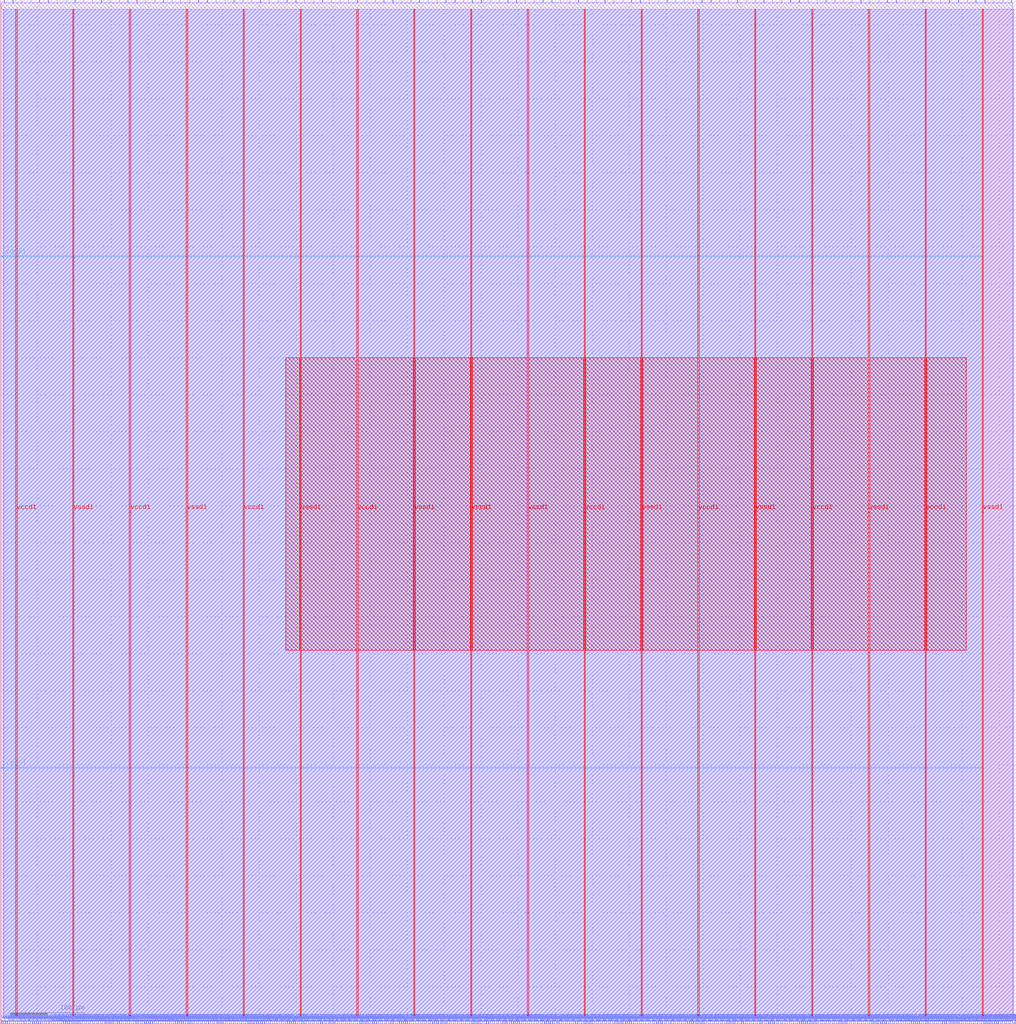
<source format=lef>
VERSION 5.7 ;
  NOWIREEXTENSIONATPIN ON ;
  DIVIDERCHAR "/" ;
  BUSBITCHARS "[]" ;
MACRO user_proj_example
  CLASS BLOCK ;
  FOREIGN user_proj_example ;
  ORIGIN 0.000 0.000 ;
  SIZE 1372.840 BY 1383.560 ;
  PIN io_in[0]
    DIRECTION INPUT ;
    USE SIGNAL ;
    PORT
      LAYER met2 ;
        RECT 5.610 1379.560 5.890 1383.560 ;
    END
  END io_in[0]
  PIN io_in[10]
    DIRECTION INPUT ;
    USE SIGNAL ;
    PORT
      LAYER met2 ;
        RECT 363.490 1379.560 363.770 1383.560 ;
    END
  END io_in[10]
  PIN io_in[11]
    DIRECTION INPUT ;
    USE SIGNAL ;
    PORT
      LAYER met2 ;
        RECT 399.370 1379.560 399.650 1383.560 ;
    END
  END io_in[11]
  PIN io_in[12]
    DIRECTION INPUT ;
    USE SIGNAL ;
    PORT
      LAYER met2 ;
        RECT 435.250 1379.560 435.530 1383.560 ;
    END
  END io_in[12]
  PIN io_in[13]
    DIRECTION INPUT ;
    USE SIGNAL ;
    PORT
      LAYER met2 ;
        RECT 470.670 1379.560 470.950 1383.560 ;
    END
  END io_in[13]
  PIN io_in[14]
    DIRECTION INPUT ;
    USE SIGNAL ;
    PORT
      LAYER met2 ;
        RECT 506.550 1379.560 506.830 1383.560 ;
    END
  END io_in[14]
  PIN io_in[15]
    DIRECTION INPUT ;
    USE SIGNAL ;
    PORT
      LAYER met2 ;
        RECT 542.430 1379.560 542.710 1383.560 ;
    END
  END io_in[15]
  PIN io_in[16]
    DIRECTION INPUT ;
    USE SIGNAL ;
    PORT
      LAYER met2 ;
        RECT 578.310 1379.560 578.590 1383.560 ;
    END
  END io_in[16]
  PIN io_in[17]
    DIRECTION INPUT ;
    USE SIGNAL ;
    PORT
      LAYER met2 ;
        RECT 614.190 1379.560 614.470 1383.560 ;
    END
  END io_in[17]
  PIN io_in[18]
    DIRECTION INPUT ;
    USE SIGNAL ;
    PORT
      LAYER met2 ;
        RECT 650.070 1379.560 650.350 1383.560 ;
    END
  END io_in[18]
  PIN io_in[19]
    DIRECTION INPUT ;
    USE SIGNAL ;
    PORT
      LAYER met2 ;
        RECT 685.950 1379.560 686.230 1383.560 ;
    END
  END io_in[19]
  PIN io_in[1]
    DIRECTION INPUT ;
    USE SIGNAL ;
    PORT
      LAYER met2 ;
        RECT 41.030 1379.560 41.310 1383.560 ;
    END
  END io_in[1]
  PIN io_in[20]
    DIRECTION INPUT ;
    USE SIGNAL ;
    PORT
      LAYER met2 ;
        RECT 721.370 1379.560 721.650 1383.560 ;
    END
  END io_in[20]
  PIN io_in[21]
    DIRECTION INPUT ;
    USE SIGNAL ;
    PORT
      LAYER met2 ;
        RECT 757.250 1379.560 757.530 1383.560 ;
    END
  END io_in[21]
  PIN io_in[22]
    DIRECTION INPUT ;
    USE SIGNAL ;
    PORT
      LAYER met2 ;
        RECT 793.130 1379.560 793.410 1383.560 ;
    END
  END io_in[22]
  PIN io_in[23]
    DIRECTION INPUT ;
    USE SIGNAL ;
    PORT
      LAYER met2 ;
        RECT 829.010 1379.560 829.290 1383.560 ;
    END
  END io_in[23]
  PIN io_in[24]
    DIRECTION INPUT ;
    USE SIGNAL ;
    PORT
      LAYER met2 ;
        RECT 864.890 1379.560 865.170 1383.560 ;
    END
  END io_in[24]
  PIN io_in[25]
    DIRECTION INPUT ;
    USE SIGNAL ;
    PORT
      LAYER met2 ;
        RECT 900.770 1379.560 901.050 1383.560 ;
    END
  END io_in[25]
  PIN io_in[26]
    DIRECTION INPUT ;
    USE SIGNAL ;
    PORT
      LAYER met2 ;
        RECT 936.190 1379.560 936.470 1383.560 ;
    END
  END io_in[26]
  PIN io_in[27]
    DIRECTION INPUT ;
    USE SIGNAL ;
    PORT
      LAYER met2 ;
        RECT 972.070 1379.560 972.350 1383.560 ;
    END
  END io_in[27]
  PIN io_in[28]
    DIRECTION INPUT ;
    USE SIGNAL ;
    PORT
      LAYER met2 ;
        RECT 1007.950 1379.560 1008.230 1383.560 ;
    END
  END io_in[28]
  PIN io_in[29]
    DIRECTION INPUT ;
    USE SIGNAL ;
    PORT
      LAYER met2 ;
        RECT 1043.830 1379.560 1044.110 1383.560 ;
    END
  END io_in[29]
  PIN io_in[2]
    DIRECTION INPUT ;
    USE SIGNAL ;
    PORT
      LAYER met2 ;
        RECT 76.910 1379.560 77.190 1383.560 ;
    END
  END io_in[2]
  PIN io_in[30]
    DIRECTION INPUT ;
    USE SIGNAL ;
    PORT
      LAYER met2 ;
        RECT 1079.710 1379.560 1079.990 1383.560 ;
    END
  END io_in[30]
  PIN io_in[31]
    DIRECTION INPUT ;
    USE SIGNAL ;
    PORT
      LAYER met2 ;
        RECT 1115.590 1379.560 1115.870 1383.560 ;
    END
  END io_in[31]
  PIN io_in[32]
    DIRECTION INPUT ;
    USE SIGNAL ;
    PORT
      LAYER met2 ;
        RECT 1151.010 1379.560 1151.290 1383.560 ;
    END
  END io_in[32]
  PIN io_in[33]
    DIRECTION INPUT ;
    USE SIGNAL ;
    PORT
      LAYER met2 ;
        RECT 1186.890 1379.560 1187.170 1383.560 ;
    END
  END io_in[33]
  PIN io_in[34]
    DIRECTION INPUT ;
    USE SIGNAL ;
    PORT
      LAYER met2 ;
        RECT 1222.770 1379.560 1223.050 1383.560 ;
    END
  END io_in[34]
  PIN io_in[35]
    DIRECTION INPUT ;
    USE SIGNAL ;
    PORT
      LAYER met2 ;
        RECT 1258.650 1379.560 1258.930 1383.560 ;
    END
  END io_in[35]
  PIN io_in[36]
    DIRECTION INPUT ;
    USE SIGNAL ;
    PORT
      LAYER met2 ;
        RECT 1294.530 1379.560 1294.810 1383.560 ;
    END
  END io_in[36]
  PIN io_in[37]
    DIRECTION INPUT ;
    USE SIGNAL ;
    PORT
      LAYER met2 ;
        RECT 1330.410 1379.560 1330.690 1383.560 ;
    END
  END io_in[37]
  PIN io_in[3]
    DIRECTION INPUT ;
    USE SIGNAL ;
    PORT
      LAYER met2 ;
        RECT 112.790 1379.560 113.070 1383.560 ;
    END
  END io_in[3]
  PIN io_in[4]
    DIRECTION INPUT ;
    USE SIGNAL ;
    PORT
      LAYER met2 ;
        RECT 148.670 1379.560 148.950 1383.560 ;
    END
  END io_in[4]
  PIN io_in[5]
    DIRECTION INPUT ;
    USE SIGNAL ;
    PORT
      LAYER met2 ;
        RECT 184.550 1379.560 184.830 1383.560 ;
    END
  END io_in[5]
  PIN io_in[6]
    DIRECTION INPUT ;
    USE SIGNAL ;
    PORT
      LAYER met2 ;
        RECT 220.430 1379.560 220.710 1383.560 ;
    END
  END io_in[6]
  PIN io_in[7]
    DIRECTION INPUT ;
    USE SIGNAL ;
    PORT
      LAYER met2 ;
        RECT 255.850 1379.560 256.130 1383.560 ;
    END
  END io_in[7]
  PIN io_in[8]
    DIRECTION INPUT ;
    USE SIGNAL ;
    PORT
      LAYER met2 ;
        RECT 291.730 1379.560 292.010 1383.560 ;
    END
  END io_in[8]
  PIN io_in[9]
    DIRECTION INPUT ;
    USE SIGNAL ;
    PORT
      LAYER met2 ;
        RECT 327.610 1379.560 327.890 1383.560 ;
    END
  END io_in[9]
  PIN io_oeb[0]
    DIRECTION OUTPUT TRISTATE ;
    USE SIGNAL ;
    PORT
      LAYER met2 ;
        RECT 17.110 1379.560 17.390 1383.560 ;
    END
  END io_oeb[0]
  PIN io_oeb[10]
    DIRECTION OUTPUT TRISTATE ;
    USE SIGNAL ;
    PORT
      LAYER met2 ;
        RECT 375.450 1379.560 375.730 1383.560 ;
    END
  END io_oeb[10]
  PIN io_oeb[11]
    DIRECTION OUTPUT TRISTATE ;
    USE SIGNAL ;
    PORT
      LAYER met2 ;
        RECT 411.330 1379.560 411.610 1383.560 ;
    END
  END io_oeb[11]
  PIN io_oeb[12]
    DIRECTION OUTPUT TRISTATE ;
    USE SIGNAL ;
    PORT
      LAYER met2 ;
        RECT 447.210 1379.560 447.490 1383.560 ;
    END
  END io_oeb[12]
  PIN io_oeb[13]
    DIRECTION OUTPUT TRISTATE ;
    USE SIGNAL ;
    PORT
      LAYER met2 ;
        RECT 482.630 1379.560 482.910 1383.560 ;
    END
  END io_oeb[13]
  PIN io_oeb[14]
    DIRECTION OUTPUT TRISTATE ;
    USE SIGNAL ;
    PORT
      LAYER met2 ;
        RECT 518.510 1379.560 518.790 1383.560 ;
    END
  END io_oeb[14]
  PIN io_oeb[15]
    DIRECTION OUTPUT TRISTATE ;
    USE SIGNAL ;
    PORT
      LAYER met2 ;
        RECT 554.390 1379.560 554.670 1383.560 ;
    END
  END io_oeb[15]
  PIN io_oeb[16]
    DIRECTION OUTPUT TRISTATE ;
    USE SIGNAL ;
    PORT
      LAYER met2 ;
        RECT 590.270 1379.560 590.550 1383.560 ;
    END
  END io_oeb[16]
  PIN io_oeb[17]
    DIRECTION OUTPUT TRISTATE ;
    USE SIGNAL ;
    PORT
      LAYER met2 ;
        RECT 626.150 1379.560 626.430 1383.560 ;
    END
  END io_oeb[17]
  PIN io_oeb[18]
    DIRECTION OUTPUT TRISTATE ;
    USE SIGNAL ;
    PORT
      LAYER met2 ;
        RECT 662.030 1379.560 662.310 1383.560 ;
    END
  END io_oeb[18]
  PIN io_oeb[19]
    DIRECTION OUTPUT TRISTATE ;
    USE SIGNAL ;
    PORT
      LAYER met2 ;
        RECT 697.450 1379.560 697.730 1383.560 ;
    END
  END io_oeb[19]
  PIN io_oeb[1]
    DIRECTION OUTPUT TRISTATE ;
    USE SIGNAL ;
    PORT
      LAYER met2 ;
        RECT 52.990 1379.560 53.270 1383.560 ;
    END
  END io_oeb[1]
  PIN io_oeb[20]
    DIRECTION OUTPUT TRISTATE ;
    USE SIGNAL ;
    PORT
      LAYER met2 ;
        RECT 733.330 1379.560 733.610 1383.560 ;
    END
  END io_oeb[20]
  PIN io_oeb[21]
    DIRECTION OUTPUT TRISTATE ;
    USE SIGNAL ;
    PORT
      LAYER met2 ;
        RECT 769.210 1379.560 769.490 1383.560 ;
    END
  END io_oeb[21]
  PIN io_oeb[22]
    DIRECTION OUTPUT TRISTATE ;
    USE SIGNAL ;
    PORT
      LAYER met2 ;
        RECT 805.090 1379.560 805.370 1383.560 ;
    END
  END io_oeb[22]
  PIN io_oeb[23]
    DIRECTION OUTPUT TRISTATE ;
    USE SIGNAL ;
    PORT
      LAYER met2 ;
        RECT 840.970 1379.560 841.250 1383.560 ;
    END
  END io_oeb[23]
  PIN io_oeb[24]
    DIRECTION OUTPUT TRISTATE ;
    USE SIGNAL ;
    PORT
      LAYER met2 ;
        RECT 876.850 1379.560 877.130 1383.560 ;
    END
  END io_oeb[24]
  PIN io_oeb[25]
    DIRECTION OUTPUT TRISTATE ;
    USE SIGNAL ;
    PORT
      LAYER met2 ;
        RECT 912.730 1379.560 913.010 1383.560 ;
    END
  END io_oeb[25]
  PIN io_oeb[26]
    DIRECTION OUTPUT TRISTATE ;
    USE SIGNAL ;
    PORT
      LAYER met2 ;
        RECT 948.150 1379.560 948.430 1383.560 ;
    END
  END io_oeb[26]
  PIN io_oeb[27]
    DIRECTION OUTPUT TRISTATE ;
    USE SIGNAL ;
    PORT
      LAYER met2 ;
        RECT 984.030 1379.560 984.310 1383.560 ;
    END
  END io_oeb[27]
  PIN io_oeb[28]
    DIRECTION OUTPUT TRISTATE ;
    USE SIGNAL ;
    PORT
      LAYER met2 ;
        RECT 1019.910 1379.560 1020.190 1383.560 ;
    END
  END io_oeb[28]
  PIN io_oeb[29]
    DIRECTION OUTPUT TRISTATE ;
    USE SIGNAL ;
    PORT
      LAYER met2 ;
        RECT 1055.790 1379.560 1056.070 1383.560 ;
    END
  END io_oeb[29]
  PIN io_oeb[2]
    DIRECTION OUTPUT TRISTATE ;
    USE SIGNAL ;
    PORT
      LAYER met2 ;
        RECT 88.870 1379.560 89.150 1383.560 ;
    END
  END io_oeb[2]
  PIN io_oeb[30]
    DIRECTION OUTPUT TRISTATE ;
    USE SIGNAL ;
    PORT
      LAYER met2 ;
        RECT 1091.670 1379.560 1091.950 1383.560 ;
    END
  END io_oeb[30]
  PIN io_oeb[31]
    DIRECTION OUTPUT TRISTATE ;
    USE SIGNAL ;
    PORT
      LAYER met2 ;
        RECT 1127.550 1379.560 1127.830 1383.560 ;
    END
  END io_oeb[31]
  PIN io_oeb[32]
    DIRECTION OUTPUT TRISTATE ;
    USE SIGNAL ;
    PORT
      LAYER met2 ;
        RECT 1162.970 1379.560 1163.250 1383.560 ;
    END
  END io_oeb[32]
  PIN io_oeb[33]
    DIRECTION OUTPUT TRISTATE ;
    USE SIGNAL ;
    PORT
      LAYER met2 ;
        RECT 1198.850 1379.560 1199.130 1383.560 ;
    END
  END io_oeb[33]
  PIN io_oeb[34]
    DIRECTION OUTPUT TRISTATE ;
    USE SIGNAL ;
    PORT
      LAYER met2 ;
        RECT 1234.730 1379.560 1235.010 1383.560 ;
    END
  END io_oeb[34]
  PIN io_oeb[35]
    DIRECTION OUTPUT TRISTATE ;
    USE SIGNAL ;
    PORT
      LAYER met2 ;
        RECT 1270.610 1379.560 1270.890 1383.560 ;
    END
  END io_oeb[35]
  PIN io_oeb[36]
    DIRECTION OUTPUT TRISTATE ;
    USE SIGNAL ;
    PORT
      LAYER met2 ;
        RECT 1306.490 1379.560 1306.770 1383.560 ;
    END
  END io_oeb[36]
  PIN io_oeb[37]
    DIRECTION OUTPUT TRISTATE ;
    USE SIGNAL ;
    PORT
      LAYER met2 ;
        RECT 1342.370 1379.560 1342.650 1383.560 ;
    END
  END io_oeb[37]
  PIN io_oeb[3]
    DIRECTION OUTPUT TRISTATE ;
    USE SIGNAL ;
    PORT
      LAYER met2 ;
        RECT 124.750 1379.560 125.030 1383.560 ;
    END
  END io_oeb[3]
  PIN io_oeb[4]
    DIRECTION OUTPUT TRISTATE ;
    USE SIGNAL ;
    PORT
      LAYER met2 ;
        RECT 160.630 1379.560 160.910 1383.560 ;
    END
  END io_oeb[4]
  PIN io_oeb[5]
    DIRECTION OUTPUT TRISTATE ;
    USE SIGNAL ;
    PORT
      LAYER met2 ;
        RECT 196.510 1379.560 196.790 1383.560 ;
    END
  END io_oeb[5]
  PIN io_oeb[6]
    DIRECTION OUTPUT TRISTATE ;
    USE SIGNAL ;
    PORT
      LAYER met2 ;
        RECT 232.390 1379.560 232.670 1383.560 ;
    END
  END io_oeb[6]
  PIN io_oeb[7]
    DIRECTION OUTPUT TRISTATE ;
    USE SIGNAL ;
    PORT
      LAYER met2 ;
        RECT 267.810 1379.560 268.090 1383.560 ;
    END
  END io_oeb[7]
  PIN io_oeb[8]
    DIRECTION OUTPUT TRISTATE ;
    USE SIGNAL ;
    PORT
      LAYER met2 ;
        RECT 303.690 1379.560 303.970 1383.560 ;
    END
  END io_oeb[8]
  PIN io_oeb[9]
    DIRECTION OUTPUT TRISTATE ;
    USE SIGNAL ;
    PORT
      LAYER met2 ;
        RECT 339.570 1379.560 339.850 1383.560 ;
    END
  END io_oeb[9]
  PIN io_out[0]
    DIRECTION OUTPUT TRISTATE ;
    USE SIGNAL ;
    PORT
      LAYER met2 ;
        RECT 29.070 1379.560 29.350 1383.560 ;
    END
  END io_out[0]
  PIN io_out[10]
    DIRECTION OUTPUT TRISTATE ;
    USE SIGNAL ;
    PORT
      LAYER met2 ;
        RECT 387.410 1379.560 387.690 1383.560 ;
    END
  END io_out[10]
  PIN io_out[11]
    DIRECTION OUTPUT TRISTATE ;
    USE SIGNAL ;
    PORT
      LAYER met2 ;
        RECT 423.290 1379.560 423.570 1383.560 ;
    END
  END io_out[11]
  PIN io_out[12]
    DIRECTION OUTPUT TRISTATE ;
    USE SIGNAL ;
    PORT
      LAYER met2 ;
        RECT 459.170 1379.560 459.450 1383.560 ;
    END
  END io_out[12]
  PIN io_out[13]
    DIRECTION OUTPUT TRISTATE ;
    USE SIGNAL ;
    PORT
      LAYER met2 ;
        RECT 494.590 1379.560 494.870 1383.560 ;
    END
  END io_out[13]
  PIN io_out[14]
    DIRECTION OUTPUT TRISTATE ;
    USE SIGNAL ;
    PORT
      LAYER met2 ;
        RECT 530.470 1379.560 530.750 1383.560 ;
    END
  END io_out[14]
  PIN io_out[15]
    DIRECTION OUTPUT TRISTATE ;
    USE SIGNAL ;
    PORT
      LAYER met2 ;
        RECT 566.350 1379.560 566.630 1383.560 ;
    END
  END io_out[15]
  PIN io_out[16]
    DIRECTION OUTPUT TRISTATE ;
    USE SIGNAL ;
    PORT
      LAYER met2 ;
        RECT 602.230 1379.560 602.510 1383.560 ;
    END
  END io_out[16]
  PIN io_out[17]
    DIRECTION OUTPUT TRISTATE ;
    USE SIGNAL ;
    PORT
      LAYER met2 ;
        RECT 638.110 1379.560 638.390 1383.560 ;
    END
  END io_out[17]
  PIN io_out[18]
    DIRECTION OUTPUT TRISTATE ;
    USE SIGNAL ;
    PORT
      LAYER met2 ;
        RECT 673.990 1379.560 674.270 1383.560 ;
    END
  END io_out[18]
  PIN io_out[19]
    DIRECTION OUTPUT TRISTATE ;
    USE SIGNAL ;
    PORT
      LAYER met2 ;
        RECT 709.410 1379.560 709.690 1383.560 ;
    END
  END io_out[19]
  PIN io_out[1]
    DIRECTION OUTPUT TRISTATE ;
    USE SIGNAL ;
    PORT
      LAYER met2 ;
        RECT 64.950 1379.560 65.230 1383.560 ;
    END
  END io_out[1]
  PIN io_out[20]
    DIRECTION OUTPUT TRISTATE ;
    USE SIGNAL ;
    PORT
      LAYER met2 ;
        RECT 745.290 1379.560 745.570 1383.560 ;
    END
  END io_out[20]
  PIN io_out[21]
    DIRECTION OUTPUT TRISTATE ;
    USE SIGNAL ;
    PORT
      LAYER met2 ;
        RECT 781.170 1379.560 781.450 1383.560 ;
    END
  END io_out[21]
  PIN io_out[22]
    DIRECTION OUTPUT TRISTATE ;
    USE SIGNAL ;
    PORT
      LAYER met2 ;
        RECT 817.050 1379.560 817.330 1383.560 ;
    END
  END io_out[22]
  PIN io_out[23]
    DIRECTION OUTPUT TRISTATE ;
    USE SIGNAL ;
    PORT
      LAYER met2 ;
        RECT 852.930 1379.560 853.210 1383.560 ;
    END
  END io_out[23]
  PIN io_out[24]
    DIRECTION OUTPUT TRISTATE ;
    USE SIGNAL ;
    PORT
      LAYER met2 ;
        RECT 888.810 1379.560 889.090 1383.560 ;
    END
  END io_out[24]
  PIN io_out[25]
    DIRECTION OUTPUT TRISTATE ;
    USE SIGNAL ;
    PORT
      LAYER met2 ;
        RECT 924.230 1379.560 924.510 1383.560 ;
    END
  END io_out[25]
  PIN io_out[26]
    DIRECTION OUTPUT TRISTATE ;
    USE SIGNAL ;
    PORT
      LAYER met2 ;
        RECT 960.110 1379.560 960.390 1383.560 ;
    END
  END io_out[26]
  PIN io_out[27]
    DIRECTION OUTPUT TRISTATE ;
    USE SIGNAL ;
    PORT
      LAYER met2 ;
        RECT 995.990 1379.560 996.270 1383.560 ;
    END
  END io_out[27]
  PIN io_out[28]
    DIRECTION OUTPUT TRISTATE ;
    USE SIGNAL ;
    PORT
      LAYER met2 ;
        RECT 1031.870 1379.560 1032.150 1383.560 ;
    END
  END io_out[28]
  PIN io_out[29]
    DIRECTION OUTPUT TRISTATE ;
    USE SIGNAL ;
    PORT
      LAYER met2 ;
        RECT 1067.750 1379.560 1068.030 1383.560 ;
    END
  END io_out[29]
  PIN io_out[2]
    DIRECTION OUTPUT TRISTATE ;
    USE SIGNAL ;
    PORT
      LAYER met2 ;
        RECT 100.830 1379.560 101.110 1383.560 ;
    END
  END io_out[2]
  PIN io_out[30]
    DIRECTION OUTPUT TRISTATE ;
    USE SIGNAL ;
    PORT
      LAYER met2 ;
        RECT 1103.630 1379.560 1103.910 1383.560 ;
    END
  END io_out[30]
  PIN io_out[31]
    DIRECTION OUTPUT TRISTATE ;
    USE SIGNAL ;
    PORT
      LAYER met2 ;
        RECT 1139.510 1379.560 1139.790 1383.560 ;
    END
  END io_out[31]
  PIN io_out[32]
    DIRECTION OUTPUT TRISTATE ;
    USE SIGNAL ;
    PORT
      LAYER met2 ;
        RECT 1174.930 1379.560 1175.210 1383.560 ;
    END
  END io_out[32]
  PIN io_out[33]
    DIRECTION OUTPUT TRISTATE ;
    USE SIGNAL ;
    PORT
      LAYER met2 ;
        RECT 1210.810 1379.560 1211.090 1383.560 ;
    END
  END io_out[33]
  PIN io_out[34]
    DIRECTION OUTPUT TRISTATE ;
    USE SIGNAL ;
    PORT
      LAYER met2 ;
        RECT 1246.690 1379.560 1246.970 1383.560 ;
    END
  END io_out[34]
  PIN io_out[35]
    DIRECTION OUTPUT TRISTATE ;
    USE SIGNAL ;
    PORT
      LAYER met2 ;
        RECT 1282.570 1379.560 1282.850 1383.560 ;
    END
  END io_out[35]
  PIN io_out[36]
    DIRECTION OUTPUT TRISTATE ;
    USE SIGNAL ;
    PORT
      LAYER met2 ;
        RECT 1318.450 1379.560 1318.730 1383.560 ;
    END
  END io_out[36]
  PIN io_out[37]
    DIRECTION OUTPUT TRISTATE ;
    USE SIGNAL ;
    PORT
      LAYER met2 ;
        RECT 1354.330 1379.560 1354.610 1383.560 ;
    END
  END io_out[37]
  PIN io_out[3]
    DIRECTION OUTPUT TRISTATE ;
    USE SIGNAL ;
    PORT
      LAYER met2 ;
        RECT 136.710 1379.560 136.990 1383.560 ;
    END
  END io_out[3]
  PIN io_out[4]
    DIRECTION OUTPUT TRISTATE ;
    USE SIGNAL ;
    PORT
      LAYER met2 ;
        RECT 172.590 1379.560 172.870 1383.560 ;
    END
  END io_out[4]
  PIN io_out[5]
    DIRECTION OUTPUT TRISTATE ;
    USE SIGNAL ;
    PORT
      LAYER met2 ;
        RECT 208.470 1379.560 208.750 1383.560 ;
    END
  END io_out[5]
  PIN io_out[6]
    DIRECTION OUTPUT TRISTATE ;
    USE SIGNAL ;
    PORT
      LAYER met2 ;
        RECT 243.890 1379.560 244.170 1383.560 ;
    END
  END io_out[6]
  PIN io_out[7]
    DIRECTION OUTPUT TRISTATE ;
    USE SIGNAL ;
    PORT
      LAYER met2 ;
        RECT 279.770 1379.560 280.050 1383.560 ;
    END
  END io_out[7]
  PIN io_out[8]
    DIRECTION OUTPUT TRISTATE ;
    USE SIGNAL ;
    PORT
      LAYER met2 ;
        RECT 315.650 1379.560 315.930 1383.560 ;
    END
  END io_out[8]
  PIN io_out[9]
    DIRECTION OUTPUT TRISTATE ;
    USE SIGNAL ;
    PORT
      LAYER met2 ;
        RECT 351.530 1379.560 351.810 1383.560 ;
    END
  END io_out[9]
  PIN irq[0]
    DIRECTION OUTPUT TRISTATE ;
    USE SIGNAL ;
    PORT
      LAYER met3 ;
        RECT 0.000 345.480 4.000 346.080 ;
    END
  END irq[0]
  PIN irq[1]
    DIRECTION OUTPUT TRISTATE ;
    USE SIGNAL ;
    PORT
      LAYER met2 ;
        RECT 1366.290 1379.560 1366.570 1383.560 ;
    END
  END irq[1]
  PIN irq[2]
    DIRECTION OUTPUT TRISTATE ;
    USE SIGNAL ;
    PORT
      LAYER met3 ;
        RECT 0.000 1037.040 4.000 1037.640 ;
    END
  END irq[2]
  PIN la_data_in[0]
    DIRECTION INPUT ;
    USE SIGNAL ;
    PORT
      LAYER met2 ;
        RECT 298.170 0.000 298.450 4.000 ;
    END
  END la_data_in[0]
  PIN la_data_in[100]
    DIRECTION INPUT ;
    USE SIGNAL ;
    PORT
      LAYER met2 ;
        RECT 1138.590 0.000 1138.870 4.000 ;
    END
  END la_data_in[100]
  PIN la_data_in[101]
    DIRECTION INPUT ;
    USE SIGNAL ;
    PORT
      LAYER met2 ;
        RECT 1146.870 0.000 1147.150 4.000 ;
    END
  END la_data_in[101]
  PIN la_data_in[102]
    DIRECTION INPUT ;
    USE SIGNAL ;
    PORT
      LAYER met2 ;
        RECT 1155.150 0.000 1155.430 4.000 ;
    END
  END la_data_in[102]
  PIN la_data_in[103]
    DIRECTION INPUT ;
    USE SIGNAL ;
    PORT
      LAYER met2 ;
        RECT 1163.890 0.000 1164.170 4.000 ;
    END
  END la_data_in[103]
  PIN la_data_in[104]
    DIRECTION INPUT ;
    USE SIGNAL ;
    PORT
      LAYER met2 ;
        RECT 1172.170 0.000 1172.450 4.000 ;
    END
  END la_data_in[104]
  PIN la_data_in[105]
    DIRECTION INPUT ;
    USE SIGNAL ;
    PORT
      LAYER met2 ;
        RECT 1180.450 0.000 1180.730 4.000 ;
    END
  END la_data_in[105]
  PIN la_data_in[106]
    DIRECTION INPUT ;
    USE SIGNAL ;
    PORT
      LAYER met2 ;
        RECT 1189.190 0.000 1189.470 4.000 ;
    END
  END la_data_in[106]
  PIN la_data_in[107]
    DIRECTION INPUT ;
    USE SIGNAL ;
    PORT
      LAYER met2 ;
        RECT 1197.470 0.000 1197.750 4.000 ;
    END
  END la_data_in[107]
  PIN la_data_in[108]
    DIRECTION INPUT ;
    USE SIGNAL ;
    PORT
      LAYER met2 ;
        RECT 1205.750 0.000 1206.030 4.000 ;
    END
  END la_data_in[108]
  PIN la_data_in[109]
    DIRECTION INPUT ;
    USE SIGNAL ;
    PORT
      LAYER met2 ;
        RECT 1214.030 0.000 1214.310 4.000 ;
    END
  END la_data_in[109]
  PIN la_data_in[10]
    DIRECTION INPUT ;
    USE SIGNAL ;
    PORT
      LAYER met2 ;
        RECT 382.350 0.000 382.630 4.000 ;
    END
  END la_data_in[10]
  PIN la_data_in[110]
    DIRECTION INPUT ;
    USE SIGNAL ;
    PORT
      LAYER met2 ;
        RECT 1222.770 0.000 1223.050 4.000 ;
    END
  END la_data_in[110]
  PIN la_data_in[111]
    DIRECTION INPUT ;
    USE SIGNAL ;
    PORT
      LAYER met2 ;
        RECT 1231.050 0.000 1231.330 4.000 ;
    END
  END la_data_in[111]
  PIN la_data_in[112]
    DIRECTION INPUT ;
    USE SIGNAL ;
    PORT
      LAYER met2 ;
        RECT 1239.330 0.000 1239.610 4.000 ;
    END
  END la_data_in[112]
  PIN la_data_in[113]
    DIRECTION INPUT ;
    USE SIGNAL ;
    PORT
      LAYER met2 ;
        RECT 1247.610 0.000 1247.890 4.000 ;
    END
  END la_data_in[113]
  PIN la_data_in[114]
    DIRECTION INPUT ;
    USE SIGNAL ;
    PORT
      LAYER met2 ;
        RECT 1256.350 0.000 1256.630 4.000 ;
    END
  END la_data_in[114]
  PIN la_data_in[115]
    DIRECTION INPUT ;
    USE SIGNAL ;
    PORT
      LAYER met2 ;
        RECT 1264.630 0.000 1264.910 4.000 ;
    END
  END la_data_in[115]
  PIN la_data_in[116]
    DIRECTION INPUT ;
    USE SIGNAL ;
    PORT
      LAYER met2 ;
        RECT 1272.910 0.000 1273.190 4.000 ;
    END
  END la_data_in[116]
  PIN la_data_in[117]
    DIRECTION INPUT ;
    USE SIGNAL ;
    PORT
      LAYER met2 ;
        RECT 1281.650 0.000 1281.930 4.000 ;
    END
  END la_data_in[117]
  PIN la_data_in[118]
    DIRECTION INPUT ;
    USE SIGNAL ;
    PORT
      LAYER met2 ;
        RECT 1289.930 0.000 1290.210 4.000 ;
    END
  END la_data_in[118]
  PIN la_data_in[119]
    DIRECTION INPUT ;
    USE SIGNAL ;
    PORT
      LAYER met2 ;
        RECT 1298.210 0.000 1298.490 4.000 ;
    END
  END la_data_in[119]
  PIN la_data_in[11]
    DIRECTION INPUT ;
    USE SIGNAL ;
    PORT
      LAYER met2 ;
        RECT 390.630 0.000 390.910 4.000 ;
    END
  END la_data_in[11]
  PIN la_data_in[120]
    DIRECTION INPUT ;
    USE SIGNAL ;
    PORT
      LAYER met2 ;
        RECT 1306.490 0.000 1306.770 4.000 ;
    END
  END la_data_in[120]
  PIN la_data_in[121]
    DIRECTION INPUT ;
    USE SIGNAL ;
    PORT
      LAYER met2 ;
        RECT 1315.230 0.000 1315.510 4.000 ;
    END
  END la_data_in[121]
  PIN la_data_in[122]
    DIRECTION INPUT ;
    USE SIGNAL ;
    PORT
      LAYER met2 ;
        RECT 1323.510 0.000 1323.790 4.000 ;
    END
  END la_data_in[122]
  PIN la_data_in[123]
    DIRECTION INPUT ;
    USE SIGNAL ;
    PORT
      LAYER met2 ;
        RECT 1331.790 0.000 1332.070 4.000 ;
    END
  END la_data_in[123]
  PIN la_data_in[124]
    DIRECTION INPUT ;
    USE SIGNAL ;
    PORT
      LAYER met2 ;
        RECT 1340.070 0.000 1340.350 4.000 ;
    END
  END la_data_in[124]
  PIN la_data_in[125]
    DIRECTION INPUT ;
    USE SIGNAL ;
    PORT
      LAYER met2 ;
        RECT 1348.810 0.000 1349.090 4.000 ;
    END
  END la_data_in[125]
  PIN la_data_in[126]
    DIRECTION INPUT ;
    USE SIGNAL ;
    PORT
      LAYER met2 ;
        RECT 1357.090 0.000 1357.370 4.000 ;
    END
  END la_data_in[126]
  PIN la_data_in[127]
    DIRECTION INPUT ;
    USE SIGNAL ;
    PORT
      LAYER met2 ;
        RECT 1365.370 0.000 1365.650 4.000 ;
    END
  END la_data_in[127]
  PIN la_data_in[12]
    DIRECTION INPUT ;
    USE SIGNAL ;
    PORT
      LAYER met2 ;
        RECT 398.910 0.000 399.190 4.000 ;
    END
  END la_data_in[12]
  PIN la_data_in[13]
    DIRECTION INPUT ;
    USE SIGNAL ;
    PORT
      LAYER met2 ;
        RECT 407.650 0.000 407.930 4.000 ;
    END
  END la_data_in[13]
  PIN la_data_in[14]
    DIRECTION INPUT ;
    USE SIGNAL ;
    PORT
      LAYER met2 ;
        RECT 415.930 0.000 416.210 4.000 ;
    END
  END la_data_in[14]
  PIN la_data_in[15]
    DIRECTION INPUT ;
    USE SIGNAL ;
    PORT
      LAYER met2 ;
        RECT 424.210 0.000 424.490 4.000 ;
    END
  END la_data_in[15]
  PIN la_data_in[16]
    DIRECTION INPUT ;
    USE SIGNAL ;
    PORT
      LAYER met2 ;
        RECT 432.490 0.000 432.770 4.000 ;
    END
  END la_data_in[16]
  PIN la_data_in[17]
    DIRECTION INPUT ;
    USE SIGNAL ;
    PORT
      LAYER met2 ;
        RECT 441.230 0.000 441.510 4.000 ;
    END
  END la_data_in[17]
  PIN la_data_in[18]
    DIRECTION INPUT ;
    USE SIGNAL ;
    PORT
      LAYER met2 ;
        RECT 449.510 0.000 449.790 4.000 ;
    END
  END la_data_in[18]
  PIN la_data_in[19]
    DIRECTION INPUT ;
    USE SIGNAL ;
    PORT
      LAYER met2 ;
        RECT 457.790 0.000 458.070 4.000 ;
    END
  END la_data_in[19]
  PIN la_data_in[1]
    DIRECTION INPUT ;
    USE SIGNAL ;
    PORT
      LAYER met2 ;
        RECT 306.450 0.000 306.730 4.000 ;
    END
  END la_data_in[1]
  PIN la_data_in[20]
    DIRECTION INPUT ;
    USE SIGNAL ;
    PORT
      LAYER met2 ;
        RECT 466.070 0.000 466.350 4.000 ;
    END
  END la_data_in[20]
  PIN la_data_in[21]
    DIRECTION INPUT ;
    USE SIGNAL ;
    PORT
      LAYER met2 ;
        RECT 474.810 0.000 475.090 4.000 ;
    END
  END la_data_in[21]
  PIN la_data_in[22]
    DIRECTION INPUT ;
    USE SIGNAL ;
    PORT
      LAYER met2 ;
        RECT 483.090 0.000 483.370 4.000 ;
    END
  END la_data_in[22]
  PIN la_data_in[23]
    DIRECTION INPUT ;
    USE SIGNAL ;
    PORT
      LAYER met2 ;
        RECT 491.370 0.000 491.650 4.000 ;
    END
  END la_data_in[23]
  PIN la_data_in[24]
    DIRECTION INPUT ;
    USE SIGNAL ;
    PORT
      LAYER met2 ;
        RECT 499.650 0.000 499.930 4.000 ;
    END
  END la_data_in[24]
  PIN la_data_in[25]
    DIRECTION INPUT ;
    USE SIGNAL ;
    PORT
      LAYER met2 ;
        RECT 508.390 0.000 508.670 4.000 ;
    END
  END la_data_in[25]
  PIN la_data_in[26]
    DIRECTION INPUT ;
    USE SIGNAL ;
    PORT
      LAYER met2 ;
        RECT 516.670 0.000 516.950 4.000 ;
    END
  END la_data_in[26]
  PIN la_data_in[27]
    DIRECTION INPUT ;
    USE SIGNAL ;
    PORT
      LAYER met2 ;
        RECT 524.950 0.000 525.230 4.000 ;
    END
  END la_data_in[27]
  PIN la_data_in[28]
    DIRECTION INPUT ;
    USE SIGNAL ;
    PORT
      LAYER met2 ;
        RECT 533.690 0.000 533.970 4.000 ;
    END
  END la_data_in[28]
  PIN la_data_in[29]
    DIRECTION INPUT ;
    USE SIGNAL ;
    PORT
      LAYER met2 ;
        RECT 541.970 0.000 542.250 4.000 ;
    END
  END la_data_in[29]
  PIN la_data_in[2]
    DIRECTION INPUT ;
    USE SIGNAL ;
    PORT
      LAYER met2 ;
        RECT 315.190 0.000 315.470 4.000 ;
    END
  END la_data_in[2]
  PIN la_data_in[30]
    DIRECTION INPUT ;
    USE SIGNAL ;
    PORT
      LAYER met2 ;
        RECT 550.250 0.000 550.530 4.000 ;
    END
  END la_data_in[30]
  PIN la_data_in[31]
    DIRECTION INPUT ;
    USE SIGNAL ;
    PORT
      LAYER met2 ;
        RECT 558.530 0.000 558.810 4.000 ;
    END
  END la_data_in[31]
  PIN la_data_in[32]
    DIRECTION INPUT ;
    USE SIGNAL ;
    PORT
      LAYER met2 ;
        RECT 567.270 0.000 567.550 4.000 ;
    END
  END la_data_in[32]
  PIN la_data_in[33]
    DIRECTION INPUT ;
    USE SIGNAL ;
    PORT
      LAYER met2 ;
        RECT 575.550 0.000 575.830 4.000 ;
    END
  END la_data_in[33]
  PIN la_data_in[34]
    DIRECTION INPUT ;
    USE SIGNAL ;
    PORT
      LAYER met2 ;
        RECT 583.830 0.000 584.110 4.000 ;
    END
  END la_data_in[34]
  PIN la_data_in[35]
    DIRECTION INPUT ;
    USE SIGNAL ;
    PORT
      LAYER met2 ;
        RECT 592.110 0.000 592.390 4.000 ;
    END
  END la_data_in[35]
  PIN la_data_in[36]
    DIRECTION INPUT ;
    USE SIGNAL ;
    PORT
      LAYER met2 ;
        RECT 600.850 0.000 601.130 4.000 ;
    END
  END la_data_in[36]
  PIN la_data_in[37]
    DIRECTION INPUT ;
    USE SIGNAL ;
    PORT
      LAYER met2 ;
        RECT 609.130 0.000 609.410 4.000 ;
    END
  END la_data_in[37]
  PIN la_data_in[38]
    DIRECTION INPUT ;
    USE SIGNAL ;
    PORT
      LAYER met2 ;
        RECT 617.410 0.000 617.690 4.000 ;
    END
  END la_data_in[38]
  PIN la_data_in[39]
    DIRECTION INPUT ;
    USE SIGNAL ;
    PORT
      LAYER met2 ;
        RECT 626.150 0.000 626.430 4.000 ;
    END
  END la_data_in[39]
  PIN la_data_in[3]
    DIRECTION INPUT ;
    USE SIGNAL ;
    PORT
      LAYER met2 ;
        RECT 323.470 0.000 323.750 4.000 ;
    END
  END la_data_in[3]
  PIN la_data_in[40]
    DIRECTION INPUT ;
    USE SIGNAL ;
    PORT
      LAYER met2 ;
        RECT 634.430 0.000 634.710 4.000 ;
    END
  END la_data_in[40]
  PIN la_data_in[41]
    DIRECTION INPUT ;
    USE SIGNAL ;
    PORT
      LAYER met2 ;
        RECT 642.710 0.000 642.990 4.000 ;
    END
  END la_data_in[41]
  PIN la_data_in[42]
    DIRECTION INPUT ;
    USE SIGNAL ;
    PORT
      LAYER met2 ;
        RECT 650.990 0.000 651.270 4.000 ;
    END
  END la_data_in[42]
  PIN la_data_in[43]
    DIRECTION INPUT ;
    USE SIGNAL ;
    PORT
      LAYER met2 ;
        RECT 659.730 0.000 660.010 4.000 ;
    END
  END la_data_in[43]
  PIN la_data_in[44]
    DIRECTION INPUT ;
    USE SIGNAL ;
    PORT
      LAYER met2 ;
        RECT 668.010 0.000 668.290 4.000 ;
    END
  END la_data_in[44]
  PIN la_data_in[45]
    DIRECTION INPUT ;
    USE SIGNAL ;
    PORT
      LAYER met2 ;
        RECT 676.290 0.000 676.570 4.000 ;
    END
  END la_data_in[45]
  PIN la_data_in[46]
    DIRECTION INPUT ;
    USE SIGNAL ;
    PORT
      LAYER met2 ;
        RECT 684.570 0.000 684.850 4.000 ;
    END
  END la_data_in[46]
  PIN la_data_in[47]
    DIRECTION INPUT ;
    USE SIGNAL ;
    PORT
      LAYER met2 ;
        RECT 693.310 0.000 693.590 4.000 ;
    END
  END la_data_in[47]
  PIN la_data_in[48]
    DIRECTION INPUT ;
    USE SIGNAL ;
    PORT
      LAYER met2 ;
        RECT 701.590 0.000 701.870 4.000 ;
    END
  END la_data_in[48]
  PIN la_data_in[49]
    DIRECTION INPUT ;
    USE SIGNAL ;
    PORT
      LAYER met2 ;
        RECT 709.870 0.000 710.150 4.000 ;
    END
  END la_data_in[49]
  PIN la_data_in[4]
    DIRECTION INPUT ;
    USE SIGNAL ;
    PORT
      LAYER met2 ;
        RECT 331.750 0.000 332.030 4.000 ;
    END
  END la_data_in[4]
  PIN la_data_in[50]
    DIRECTION INPUT ;
    USE SIGNAL ;
    PORT
      LAYER met2 ;
        RECT 718.150 0.000 718.430 4.000 ;
    END
  END la_data_in[50]
  PIN la_data_in[51]
    DIRECTION INPUT ;
    USE SIGNAL ;
    PORT
      LAYER met2 ;
        RECT 726.890 0.000 727.170 4.000 ;
    END
  END la_data_in[51]
  PIN la_data_in[52]
    DIRECTION INPUT ;
    USE SIGNAL ;
    PORT
      LAYER met2 ;
        RECT 735.170 0.000 735.450 4.000 ;
    END
  END la_data_in[52]
  PIN la_data_in[53]
    DIRECTION INPUT ;
    USE SIGNAL ;
    PORT
      LAYER met2 ;
        RECT 743.450 0.000 743.730 4.000 ;
    END
  END la_data_in[53]
  PIN la_data_in[54]
    DIRECTION INPUT ;
    USE SIGNAL ;
    PORT
      LAYER met2 ;
        RECT 752.190 0.000 752.470 4.000 ;
    END
  END la_data_in[54]
  PIN la_data_in[55]
    DIRECTION INPUT ;
    USE SIGNAL ;
    PORT
      LAYER met2 ;
        RECT 760.470 0.000 760.750 4.000 ;
    END
  END la_data_in[55]
  PIN la_data_in[56]
    DIRECTION INPUT ;
    USE SIGNAL ;
    PORT
      LAYER met2 ;
        RECT 768.750 0.000 769.030 4.000 ;
    END
  END la_data_in[56]
  PIN la_data_in[57]
    DIRECTION INPUT ;
    USE SIGNAL ;
    PORT
      LAYER met2 ;
        RECT 777.030 0.000 777.310 4.000 ;
    END
  END la_data_in[57]
  PIN la_data_in[58]
    DIRECTION INPUT ;
    USE SIGNAL ;
    PORT
      LAYER met2 ;
        RECT 785.770 0.000 786.050 4.000 ;
    END
  END la_data_in[58]
  PIN la_data_in[59]
    DIRECTION INPUT ;
    USE SIGNAL ;
    PORT
      LAYER met2 ;
        RECT 794.050 0.000 794.330 4.000 ;
    END
  END la_data_in[59]
  PIN la_data_in[5]
    DIRECTION INPUT ;
    USE SIGNAL ;
    PORT
      LAYER met2 ;
        RECT 340.030 0.000 340.310 4.000 ;
    END
  END la_data_in[5]
  PIN la_data_in[60]
    DIRECTION INPUT ;
    USE SIGNAL ;
    PORT
      LAYER met2 ;
        RECT 802.330 0.000 802.610 4.000 ;
    END
  END la_data_in[60]
  PIN la_data_in[61]
    DIRECTION INPUT ;
    USE SIGNAL ;
    PORT
      LAYER met2 ;
        RECT 810.610 0.000 810.890 4.000 ;
    END
  END la_data_in[61]
  PIN la_data_in[62]
    DIRECTION INPUT ;
    USE SIGNAL ;
    PORT
      LAYER met2 ;
        RECT 819.350 0.000 819.630 4.000 ;
    END
  END la_data_in[62]
  PIN la_data_in[63]
    DIRECTION INPUT ;
    USE SIGNAL ;
    PORT
      LAYER met2 ;
        RECT 827.630 0.000 827.910 4.000 ;
    END
  END la_data_in[63]
  PIN la_data_in[64]
    DIRECTION INPUT ;
    USE SIGNAL ;
    PORT
      LAYER met2 ;
        RECT 835.910 0.000 836.190 4.000 ;
    END
  END la_data_in[64]
  PIN la_data_in[65]
    DIRECTION INPUT ;
    USE SIGNAL ;
    PORT
      LAYER met2 ;
        RECT 844.650 0.000 844.930 4.000 ;
    END
  END la_data_in[65]
  PIN la_data_in[66]
    DIRECTION INPUT ;
    USE SIGNAL ;
    PORT
      LAYER met2 ;
        RECT 852.930 0.000 853.210 4.000 ;
    END
  END la_data_in[66]
  PIN la_data_in[67]
    DIRECTION INPUT ;
    USE SIGNAL ;
    PORT
      LAYER met2 ;
        RECT 861.210 0.000 861.490 4.000 ;
    END
  END la_data_in[67]
  PIN la_data_in[68]
    DIRECTION INPUT ;
    USE SIGNAL ;
    PORT
      LAYER met2 ;
        RECT 869.490 0.000 869.770 4.000 ;
    END
  END la_data_in[68]
  PIN la_data_in[69]
    DIRECTION INPUT ;
    USE SIGNAL ;
    PORT
      LAYER met2 ;
        RECT 878.230 0.000 878.510 4.000 ;
    END
  END la_data_in[69]
  PIN la_data_in[6]
    DIRECTION INPUT ;
    USE SIGNAL ;
    PORT
      LAYER met2 ;
        RECT 348.770 0.000 349.050 4.000 ;
    END
  END la_data_in[6]
  PIN la_data_in[70]
    DIRECTION INPUT ;
    USE SIGNAL ;
    PORT
      LAYER met2 ;
        RECT 886.510 0.000 886.790 4.000 ;
    END
  END la_data_in[70]
  PIN la_data_in[71]
    DIRECTION INPUT ;
    USE SIGNAL ;
    PORT
      LAYER met2 ;
        RECT 894.790 0.000 895.070 4.000 ;
    END
  END la_data_in[71]
  PIN la_data_in[72]
    DIRECTION INPUT ;
    USE SIGNAL ;
    PORT
      LAYER met2 ;
        RECT 903.070 0.000 903.350 4.000 ;
    END
  END la_data_in[72]
  PIN la_data_in[73]
    DIRECTION INPUT ;
    USE SIGNAL ;
    PORT
      LAYER met2 ;
        RECT 911.810 0.000 912.090 4.000 ;
    END
  END la_data_in[73]
  PIN la_data_in[74]
    DIRECTION INPUT ;
    USE SIGNAL ;
    PORT
      LAYER met2 ;
        RECT 920.090 0.000 920.370 4.000 ;
    END
  END la_data_in[74]
  PIN la_data_in[75]
    DIRECTION INPUT ;
    USE SIGNAL ;
    PORT
      LAYER met2 ;
        RECT 928.370 0.000 928.650 4.000 ;
    END
  END la_data_in[75]
  PIN la_data_in[76]
    DIRECTION INPUT ;
    USE SIGNAL ;
    PORT
      LAYER met2 ;
        RECT 936.650 0.000 936.930 4.000 ;
    END
  END la_data_in[76]
  PIN la_data_in[77]
    DIRECTION INPUT ;
    USE SIGNAL ;
    PORT
      LAYER met2 ;
        RECT 945.390 0.000 945.670 4.000 ;
    END
  END la_data_in[77]
  PIN la_data_in[78]
    DIRECTION INPUT ;
    USE SIGNAL ;
    PORT
      LAYER met2 ;
        RECT 953.670 0.000 953.950 4.000 ;
    END
  END la_data_in[78]
  PIN la_data_in[79]
    DIRECTION INPUT ;
    USE SIGNAL ;
    PORT
      LAYER met2 ;
        RECT 961.950 0.000 962.230 4.000 ;
    END
  END la_data_in[79]
  PIN la_data_in[7]
    DIRECTION INPUT ;
    USE SIGNAL ;
    PORT
      LAYER met2 ;
        RECT 357.050 0.000 357.330 4.000 ;
    END
  END la_data_in[7]
  PIN la_data_in[80]
    DIRECTION INPUT ;
    USE SIGNAL ;
    PORT
      LAYER met2 ;
        RECT 970.690 0.000 970.970 4.000 ;
    END
  END la_data_in[80]
  PIN la_data_in[81]
    DIRECTION INPUT ;
    USE SIGNAL ;
    PORT
      LAYER met2 ;
        RECT 978.970 0.000 979.250 4.000 ;
    END
  END la_data_in[81]
  PIN la_data_in[82]
    DIRECTION INPUT ;
    USE SIGNAL ;
    PORT
      LAYER met2 ;
        RECT 987.250 0.000 987.530 4.000 ;
    END
  END la_data_in[82]
  PIN la_data_in[83]
    DIRECTION INPUT ;
    USE SIGNAL ;
    PORT
      LAYER met2 ;
        RECT 995.530 0.000 995.810 4.000 ;
    END
  END la_data_in[83]
  PIN la_data_in[84]
    DIRECTION INPUT ;
    USE SIGNAL ;
    PORT
      LAYER met2 ;
        RECT 1004.270 0.000 1004.550 4.000 ;
    END
  END la_data_in[84]
  PIN la_data_in[85]
    DIRECTION INPUT ;
    USE SIGNAL ;
    PORT
      LAYER met2 ;
        RECT 1012.550 0.000 1012.830 4.000 ;
    END
  END la_data_in[85]
  PIN la_data_in[86]
    DIRECTION INPUT ;
    USE SIGNAL ;
    PORT
      LAYER met2 ;
        RECT 1020.830 0.000 1021.110 4.000 ;
    END
  END la_data_in[86]
  PIN la_data_in[87]
    DIRECTION INPUT ;
    USE SIGNAL ;
    PORT
      LAYER met2 ;
        RECT 1029.110 0.000 1029.390 4.000 ;
    END
  END la_data_in[87]
  PIN la_data_in[88]
    DIRECTION INPUT ;
    USE SIGNAL ;
    PORT
      LAYER met2 ;
        RECT 1037.850 0.000 1038.130 4.000 ;
    END
  END la_data_in[88]
  PIN la_data_in[89]
    DIRECTION INPUT ;
    USE SIGNAL ;
    PORT
      LAYER met2 ;
        RECT 1046.130 0.000 1046.410 4.000 ;
    END
  END la_data_in[89]
  PIN la_data_in[8]
    DIRECTION INPUT ;
    USE SIGNAL ;
    PORT
      LAYER met2 ;
        RECT 365.330 0.000 365.610 4.000 ;
    END
  END la_data_in[8]
  PIN la_data_in[90]
    DIRECTION INPUT ;
    USE SIGNAL ;
    PORT
      LAYER met2 ;
        RECT 1054.410 0.000 1054.690 4.000 ;
    END
  END la_data_in[90]
  PIN la_data_in[91]
    DIRECTION INPUT ;
    USE SIGNAL ;
    PORT
      LAYER met2 ;
        RECT 1063.150 0.000 1063.430 4.000 ;
    END
  END la_data_in[91]
  PIN la_data_in[92]
    DIRECTION INPUT ;
    USE SIGNAL ;
    PORT
      LAYER met2 ;
        RECT 1071.430 0.000 1071.710 4.000 ;
    END
  END la_data_in[92]
  PIN la_data_in[93]
    DIRECTION INPUT ;
    USE SIGNAL ;
    PORT
      LAYER met2 ;
        RECT 1079.710 0.000 1079.990 4.000 ;
    END
  END la_data_in[93]
  PIN la_data_in[94]
    DIRECTION INPUT ;
    USE SIGNAL ;
    PORT
      LAYER met2 ;
        RECT 1087.990 0.000 1088.270 4.000 ;
    END
  END la_data_in[94]
  PIN la_data_in[95]
    DIRECTION INPUT ;
    USE SIGNAL ;
    PORT
      LAYER met2 ;
        RECT 1096.730 0.000 1097.010 4.000 ;
    END
  END la_data_in[95]
  PIN la_data_in[96]
    DIRECTION INPUT ;
    USE SIGNAL ;
    PORT
      LAYER met2 ;
        RECT 1105.010 0.000 1105.290 4.000 ;
    END
  END la_data_in[96]
  PIN la_data_in[97]
    DIRECTION INPUT ;
    USE SIGNAL ;
    PORT
      LAYER met2 ;
        RECT 1113.290 0.000 1113.570 4.000 ;
    END
  END la_data_in[97]
  PIN la_data_in[98]
    DIRECTION INPUT ;
    USE SIGNAL ;
    PORT
      LAYER met2 ;
        RECT 1121.570 0.000 1121.850 4.000 ;
    END
  END la_data_in[98]
  PIN la_data_in[99]
    DIRECTION INPUT ;
    USE SIGNAL ;
    PORT
      LAYER met2 ;
        RECT 1130.310 0.000 1130.590 4.000 ;
    END
  END la_data_in[99]
  PIN la_data_in[9]
    DIRECTION INPUT ;
    USE SIGNAL ;
    PORT
      LAYER met2 ;
        RECT 373.610 0.000 373.890 4.000 ;
    END
  END la_data_in[9]
  PIN la_data_out[0]
    DIRECTION OUTPUT TRISTATE ;
    USE SIGNAL ;
    PORT
      LAYER met2 ;
        RECT 300.930 0.000 301.210 4.000 ;
    END
  END la_data_out[0]
  PIN la_data_out[100]
    DIRECTION OUTPUT TRISTATE ;
    USE SIGNAL ;
    PORT
      LAYER met2 ;
        RECT 1141.350 0.000 1141.630 4.000 ;
    END
  END la_data_out[100]
  PIN la_data_out[101]
    DIRECTION OUTPUT TRISTATE ;
    USE SIGNAL ;
    PORT
      LAYER met2 ;
        RECT 1149.630 0.000 1149.910 4.000 ;
    END
  END la_data_out[101]
  PIN la_data_out[102]
    DIRECTION OUTPUT TRISTATE ;
    USE SIGNAL ;
    PORT
      LAYER met2 ;
        RECT 1158.370 0.000 1158.650 4.000 ;
    END
  END la_data_out[102]
  PIN la_data_out[103]
    DIRECTION OUTPUT TRISTATE ;
    USE SIGNAL ;
    PORT
      LAYER met2 ;
        RECT 1166.650 0.000 1166.930 4.000 ;
    END
  END la_data_out[103]
  PIN la_data_out[104]
    DIRECTION OUTPUT TRISTATE ;
    USE SIGNAL ;
    PORT
      LAYER met2 ;
        RECT 1174.930 0.000 1175.210 4.000 ;
    END
  END la_data_out[104]
  PIN la_data_out[105]
    DIRECTION OUTPUT TRISTATE ;
    USE SIGNAL ;
    PORT
      LAYER met2 ;
        RECT 1183.210 0.000 1183.490 4.000 ;
    END
  END la_data_out[105]
  PIN la_data_out[106]
    DIRECTION OUTPUT TRISTATE ;
    USE SIGNAL ;
    PORT
      LAYER met2 ;
        RECT 1191.950 0.000 1192.230 4.000 ;
    END
  END la_data_out[106]
  PIN la_data_out[107]
    DIRECTION OUTPUT TRISTATE ;
    USE SIGNAL ;
    PORT
      LAYER met2 ;
        RECT 1200.230 0.000 1200.510 4.000 ;
    END
  END la_data_out[107]
  PIN la_data_out[108]
    DIRECTION OUTPUT TRISTATE ;
    USE SIGNAL ;
    PORT
      LAYER met2 ;
        RECT 1208.510 0.000 1208.790 4.000 ;
    END
  END la_data_out[108]
  PIN la_data_out[109]
    DIRECTION OUTPUT TRISTATE ;
    USE SIGNAL ;
    PORT
      LAYER met2 ;
        RECT 1216.790 0.000 1217.070 4.000 ;
    END
  END la_data_out[109]
  PIN la_data_out[10]
    DIRECTION OUTPUT TRISTATE ;
    USE SIGNAL ;
    PORT
      LAYER met2 ;
        RECT 385.110 0.000 385.390 4.000 ;
    END
  END la_data_out[10]
  PIN la_data_out[110]
    DIRECTION OUTPUT TRISTATE ;
    USE SIGNAL ;
    PORT
      LAYER met2 ;
        RECT 1225.530 0.000 1225.810 4.000 ;
    END
  END la_data_out[110]
  PIN la_data_out[111]
    DIRECTION OUTPUT TRISTATE ;
    USE SIGNAL ;
    PORT
      LAYER met2 ;
        RECT 1233.810 0.000 1234.090 4.000 ;
    END
  END la_data_out[111]
  PIN la_data_out[112]
    DIRECTION OUTPUT TRISTATE ;
    USE SIGNAL ;
    PORT
      LAYER met2 ;
        RECT 1242.090 0.000 1242.370 4.000 ;
    END
  END la_data_out[112]
  PIN la_data_out[113]
    DIRECTION OUTPUT TRISTATE ;
    USE SIGNAL ;
    PORT
      LAYER met2 ;
        RECT 1250.830 0.000 1251.110 4.000 ;
    END
  END la_data_out[113]
  PIN la_data_out[114]
    DIRECTION OUTPUT TRISTATE ;
    USE SIGNAL ;
    PORT
      LAYER met2 ;
        RECT 1259.110 0.000 1259.390 4.000 ;
    END
  END la_data_out[114]
  PIN la_data_out[115]
    DIRECTION OUTPUT TRISTATE ;
    USE SIGNAL ;
    PORT
      LAYER met2 ;
        RECT 1267.390 0.000 1267.670 4.000 ;
    END
  END la_data_out[115]
  PIN la_data_out[116]
    DIRECTION OUTPUT TRISTATE ;
    USE SIGNAL ;
    PORT
      LAYER met2 ;
        RECT 1275.670 0.000 1275.950 4.000 ;
    END
  END la_data_out[116]
  PIN la_data_out[117]
    DIRECTION OUTPUT TRISTATE ;
    USE SIGNAL ;
    PORT
      LAYER met2 ;
        RECT 1284.410 0.000 1284.690 4.000 ;
    END
  END la_data_out[117]
  PIN la_data_out[118]
    DIRECTION OUTPUT TRISTATE ;
    USE SIGNAL ;
    PORT
      LAYER met2 ;
        RECT 1292.690 0.000 1292.970 4.000 ;
    END
  END la_data_out[118]
  PIN la_data_out[119]
    DIRECTION OUTPUT TRISTATE ;
    USE SIGNAL ;
    PORT
      LAYER met2 ;
        RECT 1300.970 0.000 1301.250 4.000 ;
    END
  END la_data_out[119]
  PIN la_data_out[11]
    DIRECTION OUTPUT TRISTATE ;
    USE SIGNAL ;
    PORT
      LAYER met2 ;
        RECT 393.390 0.000 393.670 4.000 ;
    END
  END la_data_out[11]
  PIN la_data_out[120]
    DIRECTION OUTPUT TRISTATE ;
    USE SIGNAL ;
    PORT
      LAYER met2 ;
        RECT 1309.250 0.000 1309.530 4.000 ;
    END
  END la_data_out[120]
  PIN la_data_out[121]
    DIRECTION OUTPUT TRISTATE ;
    USE SIGNAL ;
    PORT
      LAYER met2 ;
        RECT 1317.990 0.000 1318.270 4.000 ;
    END
  END la_data_out[121]
  PIN la_data_out[122]
    DIRECTION OUTPUT TRISTATE ;
    USE SIGNAL ;
    PORT
      LAYER met2 ;
        RECT 1326.270 0.000 1326.550 4.000 ;
    END
  END la_data_out[122]
  PIN la_data_out[123]
    DIRECTION OUTPUT TRISTATE ;
    USE SIGNAL ;
    PORT
      LAYER met2 ;
        RECT 1334.550 0.000 1334.830 4.000 ;
    END
  END la_data_out[123]
  PIN la_data_out[124]
    DIRECTION OUTPUT TRISTATE ;
    USE SIGNAL ;
    PORT
      LAYER met2 ;
        RECT 1343.290 0.000 1343.570 4.000 ;
    END
  END la_data_out[124]
  PIN la_data_out[125]
    DIRECTION OUTPUT TRISTATE ;
    USE SIGNAL ;
    PORT
      LAYER met2 ;
        RECT 1351.570 0.000 1351.850 4.000 ;
    END
  END la_data_out[125]
  PIN la_data_out[126]
    DIRECTION OUTPUT TRISTATE ;
    USE SIGNAL ;
    PORT
      LAYER met2 ;
        RECT 1359.850 0.000 1360.130 4.000 ;
    END
  END la_data_out[126]
  PIN la_data_out[127]
    DIRECTION OUTPUT TRISTATE ;
    USE SIGNAL ;
    PORT
      LAYER met2 ;
        RECT 1368.130 0.000 1368.410 4.000 ;
    END
  END la_data_out[127]
  PIN la_data_out[12]
    DIRECTION OUTPUT TRISTATE ;
    USE SIGNAL ;
    PORT
      LAYER met2 ;
        RECT 401.670 0.000 401.950 4.000 ;
    END
  END la_data_out[12]
  PIN la_data_out[13]
    DIRECTION OUTPUT TRISTATE ;
    USE SIGNAL ;
    PORT
      LAYER met2 ;
        RECT 410.410 0.000 410.690 4.000 ;
    END
  END la_data_out[13]
  PIN la_data_out[14]
    DIRECTION OUTPUT TRISTATE ;
    USE SIGNAL ;
    PORT
      LAYER met2 ;
        RECT 418.690 0.000 418.970 4.000 ;
    END
  END la_data_out[14]
  PIN la_data_out[15]
    DIRECTION OUTPUT TRISTATE ;
    USE SIGNAL ;
    PORT
      LAYER met2 ;
        RECT 426.970 0.000 427.250 4.000 ;
    END
  END la_data_out[15]
  PIN la_data_out[16]
    DIRECTION OUTPUT TRISTATE ;
    USE SIGNAL ;
    PORT
      LAYER met2 ;
        RECT 435.250 0.000 435.530 4.000 ;
    END
  END la_data_out[16]
  PIN la_data_out[17]
    DIRECTION OUTPUT TRISTATE ;
    USE SIGNAL ;
    PORT
      LAYER met2 ;
        RECT 443.990 0.000 444.270 4.000 ;
    END
  END la_data_out[17]
  PIN la_data_out[18]
    DIRECTION OUTPUT TRISTATE ;
    USE SIGNAL ;
    PORT
      LAYER met2 ;
        RECT 452.270 0.000 452.550 4.000 ;
    END
  END la_data_out[18]
  PIN la_data_out[19]
    DIRECTION OUTPUT TRISTATE ;
    USE SIGNAL ;
    PORT
      LAYER met2 ;
        RECT 460.550 0.000 460.830 4.000 ;
    END
  END la_data_out[19]
  PIN la_data_out[1]
    DIRECTION OUTPUT TRISTATE ;
    USE SIGNAL ;
    PORT
      LAYER met2 ;
        RECT 309.210 0.000 309.490 4.000 ;
    END
  END la_data_out[1]
  PIN la_data_out[20]
    DIRECTION OUTPUT TRISTATE ;
    USE SIGNAL ;
    PORT
      LAYER met2 ;
        RECT 468.830 0.000 469.110 4.000 ;
    END
  END la_data_out[20]
  PIN la_data_out[21]
    DIRECTION OUTPUT TRISTATE ;
    USE SIGNAL ;
    PORT
      LAYER met2 ;
        RECT 477.570 0.000 477.850 4.000 ;
    END
  END la_data_out[21]
  PIN la_data_out[22]
    DIRECTION OUTPUT TRISTATE ;
    USE SIGNAL ;
    PORT
      LAYER met2 ;
        RECT 485.850 0.000 486.130 4.000 ;
    END
  END la_data_out[22]
  PIN la_data_out[23]
    DIRECTION OUTPUT TRISTATE ;
    USE SIGNAL ;
    PORT
      LAYER met2 ;
        RECT 494.130 0.000 494.410 4.000 ;
    END
  END la_data_out[23]
  PIN la_data_out[24]
    DIRECTION OUTPUT TRISTATE ;
    USE SIGNAL ;
    PORT
      LAYER met2 ;
        RECT 502.870 0.000 503.150 4.000 ;
    END
  END la_data_out[24]
  PIN la_data_out[25]
    DIRECTION OUTPUT TRISTATE ;
    USE SIGNAL ;
    PORT
      LAYER met2 ;
        RECT 511.150 0.000 511.430 4.000 ;
    END
  END la_data_out[25]
  PIN la_data_out[26]
    DIRECTION OUTPUT TRISTATE ;
    USE SIGNAL ;
    PORT
      LAYER met2 ;
        RECT 519.430 0.000 519.710 4.000 ;
    END
  END la_data_out[26]
  PIN la_data_out[27]
    DIRECTION OUTPUT TRISTATE ;
    USE SIGNAL ;
    PORT
      LAYER met2 ;
        RECT 527.710 0.000 527.990 4.000 ;
    END
  END la_data_out[27]
  PIN la_data_out[28]
    DIRECTION OUTPUT TRISTATE ;
    USE SIGNAL ;
    PORT
      LAYER met2 ;
        RECT 536.450 0.000 536.730 4.000 ;
    END
  END la_data_out[28]
  PIN la_data_out[29]
    DIRECTION OUTPUT TRISTATE ;
    USE SIGNAL ;
    PORT
      LAYER met2 ;
        RECT 544.730 0.000 545.010 4.000 ;
    END
  END la_data_out[29]
  PIN la_data_out[2]
    DIRECTION OUTPUT TRISTATE ;
    USE SIGNAL ;
    PORT
      LAYER met2 ;
        RECT 317.950 0.000 318.230 4.000 ;
    END
  END la_data_out[2]
  PIN la_data_out[30]
    DIRECTION OUTPUT TRISTATE ;
    USE SIGNAL ;
    PORT
      LAYER met2 ;
        RECT 553.010 0.000 553.290 4.000 ;
    END
  END la_data_out[30]
  PIN la_data_out[31]
    DIRECTION OUTPUT TRISTATE ;
    USE SIGNAL ;
    PORT
      LAYER met2 ;
        RECT 561.290 0.000 561.570 4.000 ;
    END
  END la_data_out[31]
  PIN la_data_out[32]
    DIRECTION OUTPUT TRISTATE ;
    USE SIGNAL ;
    PORT
      LAYER met2 ;
        RECT 570.030 0.000 570.310 4.000 ;
    END
  END la_data_out[32]
  PIN la_data_out[33]
    DIRECTION OUTPUT TRISTATE ;
    USE SIGNAL ;
    PORT
      LAYER met2 ;
        RECT 578.310 0.000 578.590 4.000 ;
    END
  END la_data_out[33]
  PIN la_data_out[34]
    DIRECTION OUTPUT TRISTATE ;
    USE SIGNAL ;
    PORT
      LAYER met2 ;
        RECT 586.590 0.000 586.870 4.000 ;
    END
  END la_data_out[34]
  PIN la_data_out[35]
    DIRECTION OUTPUT TRISTATE ;
    USE SIGNAL ;
    PORT
      LAYER met2 ;
        RECT 595.330 0.000 595.610 4.000 ;
    END
  END la_data_out[35]
  PIN la_data_out[36]
    DIRECTION OUTPUT TRISTATE ;
    USE SIGNAL ;
    PORT
      LAYER met2 ;
        RECT 603.610 0.000 603.890 4.000 ;
    END
  END la_data_out[36]
  PIN la_data_out[37]
    DIRECTION OUTPUT TRISTATE ;
    USE SIGNAL ;
    PORT
      LAYER met2 ;
        RECT 611.890 0.000 612.170 4.000 ;
    END
  END la_data_out[37]
  PIN la_data_out[38]
    DIRECTION OUTPUT TRISTATE ;
    USE SIGNAL ;
    PORT
      LAYER met2 ;
        RECT 620.170 0.000 620.450 4.000 ;
    END
  END la_data_out[38]
  PIN la_data_out[39]
    DIRECTION OUTPUT TRISTATE ;
    USE SIGNAL ;
    PORT
      LAYER met2 ;
        RECT 628.910 0.000 629.190 4.000 ;
    END
  END la_data_out[39]
  PIN la_data_out[3]
    DIRECTION OUTPUT TRISTATE ;
    USE SIGNAL ;
    PORT
      LAYER met2 ;
        RECT 326.230 0.000 326.510 4.000 ;
    END
  END la_data_out[3]
  PIN la_data_out[40]
    DIRECTION OUTPUT TRISTATE ;
    USE SIGNAL ;
    PORT
      LAYER met2 ;
        RECT 637.190 0.000 637.470 4.000 ;
    END
  END la_data_out[40]
  PIN la_data_out[41]
    DIRECTION OUTPUT TRISTATE ;
    USE SIGNAL ;
    PORT
      LAYER met2 ;
        RECT 645.470 0.000 645.750 4.000 ;
    END
  END la_data_out[41]
  PIN la_data_out[42]
    DIRECTION OUTPUT TRISTATE ;
    USE SIGNAL ;
    PORT
      LAYER met2 ;
        RECT 653.750 0.000 654.030 4.000 ;
    END
  END la_data_out[42]
  PIN la_data_out[43]
    DIRECTION OUTPUT TRISTATE ;
    USE SIGNAL ;
    PORT
      LAYER met2 ;
        RECT 662.490 0.000 662.770 4.000 ;
    END
  END la_data_out[43]
  PIN la_data_out[44]
    DIRECTION OUTPUT TRISTATE ;
    USE SIGNAL ;
    PORT
      LAYER met2 ;
        RECT 670.770 0.000 671.050 4.000 ;
    END
  END la_data_out[44]
  PIN la_data_out[45]
    DIRECTION OUTPUT TRISTATE ;
    USE SIGNAL ;
    PORT
      LAYER met2 ;
        RECT 679.050 0.000 679.330 4.000 ;
    END
  END la_data_out[45]
  PIN la_data_out[46]
    DIRECTION OUTPUT TRISTATE ;
    USE SIGNAL ;
    PORT
      LAYER met2 ;
        RECT 687.790 0.000 688.070 4.000 ;
    END
  END la_data_out[46]
  PIN la_data_out[47]
    DIRECTION OUTPUT TRISTATE ;
    USE SIGNAL ;
    PORT
      LAYER met2 ;
        RECT 696.070 0.000 696.350 4.000 ;
    END
  END la_data_out[47]
  PIN la_data_out[48]
    DIRECTION OUTPUT TRISTATE ;
    USE SIGNAL ;
    PORT
      LAYER met2 ;
        RECT 704.350 0.000 704.630 4.000 ;
    END
  END la_data_out[48]
  PIN la_data_out[49]
    DIRECTION OUTPUT TRISTATE ;
    USE SIGNAL ;
    PORT
      LAYER met2 ;
        RECT 712.630 0.000 712.910 4.000 ;
    END
  END la_data_out[49]
  PIN la_data_out[4]
    DIRECTION OUTPUT TRISTATE ;
    USE SIGNAL ;
    PORT
      LAYER met2 ;
        RECT 334.510 0.000 334.790 4.000 ;
    END
  END la_data_out[4]
  PIN la_data_out[50]
    DIRECTION OUTPUT TRISTATE ;
    USE SIGNAL ;
    PORT
      LAYER met2 ;
        RECT 721.370 0.000 721.650 4.000 ;
    END
  END la_data_out[50]
  PIN la_data_out[51]
    DIRECTION OUTPUT TRISTATE ;
    USE SIGNAL ;
    PORT
      LAYER met2 ;
        RECT 729.650 0.000 729.930 4.000 ;
    END
  END la_data_out[51]
  PIN la_data_out[52]
    DIRECTION OUTPUT TRISTATE ;
    USE SIGNAL ;
    PORT
      LAYER met2 ;
        RECT 737.930 0.000 738.210 4.000 ;
    END
  END la_data_out[52]
  PIN la_data_out[53]
    DIRECTION OUTPUT TRISTATE ;
    USE SIGNAL ;
    PORT
      LAYER met2 ;
        RECT 746.210 0.000 746.490 4.000 ;
    END
  END la_data_out[53]
  PIN la_data_out[54]
    DIRECTION OUTPUT TRISTATE ;
    USE SIGNAL ;
    PORT
      LAYER met2 ;
        RECT 754.950 0.000 755.230 4.000 ;
    END
  END la_data_out[54]
  PIN la_data_out[55]
    DIRECTION OUTPUT TRISTATE ;
    USE SIGNAL ;
    PORT
      LAYER met2 ;
        RECT 763.230 0.000 763.510 4.000 ;
    END
  END la_data_out[55]
  PIN la_data_out[56]
    DIRECTION OUTPUT TRISTATE ;
    USE SIGNAL ;
    PORT
      LAYER met2 ;
        RECT 771.510 0.000 771.790 4.000 ;
    END
  END la_data_out[56]
  PIN la_data_out[57]
    DIRECTION OUTPUT TRISTATE ;
    USE SIGNAL ;
    PORT
      LAYER met2 ;
        RECT 779.790 0.000 780.070 4.000 ;
    END
  END la_data_out[57]
  PIN la_data_out[58]
    DIRECTION OUTPUT TRISTATE ;
    USE SIGNAL ;
    PORT
      LAYER met2 ;
        RECT 788.530 0.000 788.810 4.000 ;
    END
  END la_data_out[58]
  PIN la_data_out[59]
    DIRECTION OUTPUT TRISTATE ;
    USE SIGNAL ;
    PORT
      LAYER met2 ;
        RECT 796.810 0.000 797.090 4.000 ;
    END
  END la_data_out[59]
  PIN la_data_out[5]
    DIRECTION OUTPUT TRISTATE ;
    USE SIGNAL ;
    PORT
      LAYER met2 ;
        RECT 342.790 0.000 343.070 4.000 ;
    END
  END la_data_out[5]
  PIN la_data_out[60]
    DIRECTION OUTPUT TRISTATE ;
    USE SIGNAL ;
    PORT
      LAYER met2 ;
        RECT 805.090 0.000 805.370 4.000 ;
    END
  END la_data_out[60]
  PIN la_data_out[61]
    DIRECTION OUTPUT TRISTATE ;
    USE SIGNAL ;
    PORT
      LAYER met2 ;
        RECT 813.830 0.000 814.110 4.000 ;
    END
  END la_data_out[61]
  PIN la_data_out[62]
    DIRECTION OUTPUT TRISTATE ;
    USE SIGNAL ;
    PORT
      LAYER met2 ;
        RECT 822.110 0.000 822.390 4.000 ;
    END
  END la_data_out[62]
  PIN la_data_out[63]
    DIRECTION OUTPUT TRISTATE ;
    USE SIGNAL ;
    PORT
      LAYER met2 ;
        RECT 830.390 0.000 830.670 4.000 ;
    END
  END la_data_out[63]
  PIN la_data_out[64]
    DIRECTION OUTPUT TRISTATE ;
    USE SIGNAL ;
    PORT
      LAYER met2 ;
        RECT 838.670 0.000 838.950 4.000 ;
    END
  END la_data_out[64]
  PIN la_data_out[65]
    DIRECTION OUTPUT TRISTATE ;
    USE SIGNAL ;
    PORT
      LAYER met2 ;
        RECT 847.410 0.000 847.690 4.000 ;
    END
  END la_data_out[65]
  PIN la_data_out[66]
    DIRECTION OUTPUT TRISTATE ;
    USE SIGNAL ;
    PORT
      LAYER met2 ;
        RECT 855.690 0.000 855.970 4.000 ;
    END
  END la_data_out[66]
  PIN la_data_out[67]
    DIRECTION OUTPUT TRISTATE ;
    USE SIGNAL ;
    PORT
      LAYER met2 ;
        RECT 863.970 0.000 864.250 4.000 ;
    END
  END la_data_out[67]
  PIN la_data_out[68]
    DIRECTION OUTPUT TRISTATE ;
    USE SIGNAL ;
    PORT
      LAYER met2 ;
        RECT 872.250 0.000 872.530 4.000 ;
    END
  END la_data_out[68]
  PIN la_data_out[69]
    DIRECTION OUTPUT TRISTATE ;
    USE SIGNAL ;
    PORT
      LAYER met2 ;
        RECT 880.990 0.000 881.270 4.000 ;
    END
  END la_data_out[69]
  PIN la_data_out[6]
    DIRECTION OUTPUT TRISTATE ;
    USE SIGNAL ;
    PORT
      LAYER met2 ;
        RECT 351.530 0.000 351.810 4.000 ;
    END
  END la_data_out[6]
  PIN la_data_out[70]
    DIRECTION OUTPUT TRISTATE ;
    USE SIGNAL ;
    PORT
      LAYER met2 ;
        RECT 889.270 0.000 889.550 4.000 ;
    END
  END la_data_out[70]
  PIN la_data_out[71]
    DIRECTION OUTPUT TRISTATE ;
    USE SIGNAL ;
    PORT
      LAYER met2 ;
        RECT 897.550 0.000 897.830 4.000 ;
    END
  END la_data_out[71]
  PIN la_data_out[72]
    DIRECTION OUTPUT TRISTATE ;
    USE SIGNAL ;
    PORT
      LAYER met2 ;
        RECT 906.290 0.000 906.570 4.000 ;
    END
  END la_data_out[72]
  PIN la_data_out[73]
    DIRECTION OUTPUT TRISTATE ;
    USE SIGNAL ;
    PORT
      LAYER met2 ;
        RECT 914.570 0.000 914.850 4.000 ;
    END
  END la_data_out[73]
  PIN la_data_out[74]
    DIRECTION OUTPUT TRISTATE ;
    USE SIGNAL ;
    PORT
      LAYER met2 ;
        RECT 922.850 0.000 923.130 4.000 ;
    END
  END la_data_out[74]
  PIN la_data_out[75]
    DIRECTION OUTPUT TRISTATE ;
    USE SIGNAL ;
    PORT
      LAYER met2 ;
        RECT 931.130 0.000 931.410 4.000 ;
    END
  END la_data_out[75]
  PIN la_data_out[76]
    DIRECTION OUTPUT TRISTATE ;
    USE SIGNAL ;
    PORT
      LAYER met2 ;
        RECT 939.870 0.000 940.150 4.000 ;
    END
  END la_data_out[76]
  PIN la_data_out[77]
    DIRECTION OUTPUT TRISTATE ;
    USE SIGNAL ;
    PORT
      LAYER met2 ;
        RECT 948.150 0.000 948.430 4.000 ;
    END
  END la_data_out[77]
  PIN la_data_out[78]
    DIRECTION OUTPUT TRISTATE ;
    USE SIGNAL ;
    PORT
      LAYER met2 ;
        RECT 956.430 0.000 956.710 4.000 ;
    END
  END la_data_out[78]
  PIN la_data_out[79]
    DIRECTION OUTPUT TRISTATE ;
    USE SIGNAL ;
    PORT
      LAYER met2 ;
        RECT 964.710 0.000 964.990 4.000 ;
    END
  END la_data_out[79]
  PIN la_data_out[7]
    DIRECTION OUTPUT TRISTATE ;
    USE SIGNAL ;
    PORT
      LAYER met2 ;
        RECT 359.810 0.000 360.090 4.000 ;
    END
  END la_data_out[7]
  PIN la_data_out[80]
    DIRECTION OUTPUT TRISTATE ;
    USE SIGNAL ;
    PORT
      LAYER met2 ;
        RECT 973.450 0.000 973.730 4.000 ;
    END
  END la_data_out[80]
  PIN la_data_out[81]
    DIRECTION OUTPUT TRISTATE ;
    USE SIGNAL ;
    PORT
      LAYER met2 ;
        RECT 981.730 0.000 982.010 4.000 ;
    END
  END la_data_out[81]
  PIN la_data_out[82]
    DIRECTION OUTPUT TRISTATE ;
    USE SIGNAL ;
    PORT
      LAYER met2 ;
        RECT 990.010 0.000 990.290 4.000 ;
    END
  END la_data_out[82]
  PIN la_data_out[83]
    DIRECTION OUTPUT TRISTATE ;
    USE SIGNAL ;
    PORT
      LAYER met2 ;
        RECT 998.290 0.000 998.570 4.000 ;
    END
  END la_data_out[83]
  PIN la_data_out[84]
    DIRECTION OUTPUT TRISTATE ;
    USE SIGNAL ;
    PORT
      LAYER met2 ;
        RECT 1007.030 0.000 1007.310 4.000 ;
    END
  END la_data_out[84]
  PIN la_data_out[85]
    DIRECTION OUTPUT TRISTATE ;
    USE SIGNAL ;
    PORT
      LAYER met2 ;
        RECT 1015.310 0.000 1015.590 4.000 ;
    END
  END la_data_out[85]
  PIN la_data_out[86]
    DIRECTION OUTPUT TRISTATE ;
    USE SIGNAL ;
    PORT
      LAYER met2 ;
        RECT 1023.590 0.000 1023.870 4.000 ;
    END
  END la_data_out[86]
  PIN la_data_out[87]
    DIRECTION OUTPUT TRISTATE ;
    USE SIGNAL ;
    PORT
      LAYER met2 ;
        RECT 1032.330 0.000 1032.610 4.000 ;
    END
  END la_data_out[87]
  PIN la_data_out[88]
    DIRECTION OUTPUT TRISTATE ;
    USE SIGNAL ;
    PORT
      LAYER met2 ;
        RECT 1040.610 0.000 1040.890 4.000 ;
    END
  END la_data_out[88]
  PIN la_data_out[89]
    DIRECTION OUTPUT TRISTATE ;
    USE SIGNAL ;
    PORT
      LAYER met2 ;
        RECT 1048.890 0.000 1049.170 4.000 ;
    END
  END la_data_out[89]
  PIN la_data_out[8]
    DIRECTION OUTPUT TRISTATE ;
    USE SIGNAL ;
    PORT
      LAYER met2 ;
        RECT 368.090 0.000 368.370 4.000 ;
    END
  END la_data_out[8]
  PIN la_data_out[90]
    DIRECTION OUTPUT TRISTATE ;
    USE SIGNAL ;
    PORT
      LAYER met2 ;
        RECT 1057.170 0.000 1057.450 4.000 ;
    END
  END la_data_out[90]
  PIN la_data_out[91]
    DIRECTION OUTPUT TRISTATE ;
    USE SIGNAL ;
    PORT
      LAYER met2 ;
        RECT 1065.910 0.000 1066.190 4.000 ;
    END
  END la_data_out[91]
  PIN la_data_out[92]
    DIRECTION OUTPUT TRISTATE ;
    USE SIGNAL ;
    PORT
      LAYER met2 ;
        RECT 1074.190 0.000 1074.470 4.000 ;
    END
  END la_data_out[92]
  PIN la_data_out[93]
    DIRECTION OUTPUT TRISTATE ;
    USE SIGNAL ;
    PORT
      LAYER met2 ;
        RECT 1082.470 0.000 1082.750 4.000 ;
    END
  END la_data_out[93]
  PIN la_data_out[94]
    DIRECTION OUTPUT TRISTATE ;
    USE SIGNAL ;
    PORT
      LAYER met2 ;
        RECT 1090.750 0.000 1091.030 4.000 ;
    END
  END la_data_out[94]
  PIN la_data_out[95]
    DIRECTION OUTPUT TRISTATE ;
    USE SIGNAL ;
    PORT
      LAYER met2 ;
        RECT 1099.490 0.000 1099.770 4.000 ;
    END
  END la_data_out[95]
  PIN la_data_out[96]
    DIRECTION OUTPUT TRISTATE ;
    USE SIGNAL ;
    PORT
      LAYER met2 ;
        RECT 1107.770 0.000 1108.050 4.000 ;
    END
  END la_data_out[96]
  PIN la_data_out[97]
    DIRECTION OUTPUT TRISTATE ;
    USE SIGNAL ;
    PORT
      LAYER met2 ;
        RECT 1116.050 0.000 1116.330 4.000 ;
    END
  END la_data_out[97]
  PIN la_data_out[98]
    DIRECTION OUTPUT TRISTATE ;
    USE SIGNAL ;
    PORT
      LAYER met2 ;
        RECT 1124.790 0.000 1125.070 4.000 ;
    END
  END la_data_out[98]
  PIN la_data_out[99]
    DIRECTION OUTPUT TRISTATE ;
    USE SIGNAL ;
    PORT
      LAYER met2 ;
        RECT 1133.070 0.000 1133.350 4.000 ;
    END
  END la_data_out[99]
  PIN la_data_out[9]
    DIRECTION OUTPUT TRISTATE ;
    USE SIGNAL ;
    PORT
      LAYER met2 ;
        RECT 376.830 0.000 377.110 4.000 ;
    END
  END la_data_out[9]
  PIN la_oenb[0]
    DIRECTION INPUT ;
    USE SIGNAL ;
    PORT
      LAYER met2 ;
        RECT 303.690 0.000 303.970 4.000 ;
    END
  END la_oenb[0]
  PIN la_oenb[100]
    DIRECTION INPUT ;
    USE SIGNAL ;
    PORT
      LAYER met2 ;
        RECT 1144.110 0.000 1144.390 4.000 ;
    END
  END la_oenb[100]
  PIN la_oenb[101]
    DIRECTION INPUT ;
    USE SIGNAL ;
    PORT
      LAYER met2 ;
        RECT 1152.390 0.000 1152.670 4.000 ;
    END
  END la_oenb[101]
  PIN la_oenb[102]
    DIRECTION INPUT ;
    USE SIGNAL ;
    PORT
      LAYER met2 ;
        RECT 1161.130 0.000 1161.410 4.000 ;
    END
  END la_oenb[102]
  PIN la_oenb[103]
    DIRECTION INPUT ;
    USE SIGNAL ;
    PORT
      LAYER met2 ;
        RECT 1169.410 0.000 1169.690 4.000 ;
    END
  END la_oenb[103]
  PIN la_oenb[104]
    DIRECTION INPUT ;
    USE SIGNAL ;
    PORT
      LAYER met2 ;
        RECT 1177.690 0.000 1177.970 4.000 ;
    END
  END la_oenb[104]
  PIN la_oenb[105]
    DIRECTION INPUT ;
    USE SIGNAL ;
    PORT
      LAYER met2 ;
        RECT 1185.970 0.000 1186.250 4.000 ;
    END
  END la_oenb[105]
  PIN la_oenb[106]
    DIRECTION INPUT ;
    USE SIGNAL ;
    PORT
      LAYER met2 ;
        RECT 1194.710 0.000 1194.990 4.000 ;
    END
  END la_oenb[106]
  PIN la_oenb[107]
    DIRECTION INPUT ;
    USE SIGNAL ;
    PORT
      LAYER met2 ;
        RECT 1202.990 0.000 1203.270 4.000 ;
    END
  END la_oenb[107]
  PIN la_oenb[108]
    DIRECTION INPUT ;
    USE SIGNAL ;
    PORT
      LAYER met2 ;
        RECT 1211.270 0.000 1211.550 4.000 ;
    END
  END la_oenb[108]
  PIN la_oenb[109]
    DIRECTION INPUT ;
    USE SIGNAL ;
    PORT
      LAYER met2 ;
        RECT 1220.010 0.000 1220.290 4.000 ;
    END
  END la_oenb[109]
  PIN la_oenb[10]
    DIRECTION INPUT ;
    USE SIGNAL ;
    PORT
      LAYER met2 ;
        RECT 387.870 0.000 388.150 4.000 ;
    END
  END la_oenb[10]
  PIN la_oenb[110]
    DIRECTION INPUT ;
    USE SIGNAL ;
    PORT
      LAYER met2 ;
        RECT 1228.290 0.000 1228.570 4.000 ;
    END
  END la_oenb[110]
  PIN la_oenb[111]
    DIRECTION INPUT ;
    USE SIGNAL ;
    PORT
      LAYER met2 ;
        RECT 1236.570 0.000 1236.850 4.000 ;
    END
  END la_oenb[111]
  PIN la_oenb[112]
    DIRECTION INPUT ;
    USE SIGNAL ;
    PORT
      LAYER met2 ;
        RECT 1244.850 0.000 1245.130 4.000 ;
    END
  END la_oenb[112]
  PIN la_oenb[113]
    DIRECTION INPUT ;
    USE SIGNAL ;
    PORT
      LAYER met2 ;
        RECT 1253.590 0.000 1253.870 4.000 ;
    END
  END la_oenb[113]
  PIN la_oenb[114]
    DIRECTION INPUT ;
    USE SIGNAL ;
    PORT
      LAYER met2 ;
        RECT 1261.870 0.000 1262.150 4.000 ;
    END
  END la_oenb[114]
  PIN la_oenb[115]
    DIRECTION INPUT ;
    USE SIGNAL ;
    PORT
      LAYER met2 ;
        RECT 1270.150 0.000 1270.430 4.000 ;
    END
  END la_oenb[115]
  PIN la_oenb[116]
    DIRECTION INPUT ;
    USE SIGNAL ;
    PORT
      LAYER met2 ;
        RECT 1278.430 0.000 1278.710 4.000 ;
    END
  END la_oenb[116]
  PIN la_oenb[117]
    DIRECTION INPUT ;
    USE SIGNAL ;
    PORT
      LAYER met2 ;
        RECT 1287.170 0.000 1287.450 4.000 ;
    END
  END la_oenb[117]
  PIN la_oenb[118]
    DIRECTION INPUT ;
    USE SIGNAL ;
    PORT
      LAYER met2 ;
        RECT 1295.450 0.000 1295.730 4.000 ;
    END
  END la_oenb[118]
  PIN la_oenb[119]
    DIRECTION INPUT ;
    USE SIGNAL ;
    PORT
      LAYER met2 ;
        RECT 1303.730 0.000 1304.010 4.000 ;
    END
  END la_oenb[119]
  PIN la_oenb[11]
    DIRECTION INPUT ;
    USE SIGNAL ;
    PORT
      LAYER met2 ;
        RECT 396.150 0.000 396.430 4.000 ;
    END
  END la_oenb[11]
  PIN la_oenb[120]
    DIRECTION INPUT ;
    USE SIGNAL ;
    PORT
      LAYER met2 ;
        RECT 1312.470 0.000 1312.750 4.000 ;
    END
  END la_oenb[120]
  PIN la_oenb[121]
    DIRECTION INPUT ;
    USE SIGNAL ;
    PORT
      LAYER met2 ;
        RECT 1320.750 0.000 1321.030 4.000 ;
    END
  END la_oenb[121]
  PIN la_oenb[122]
    DIRECTION INPUT ;
    USE SIGNAL ;
    PORT
      LAYER met2 ;
        RECT 1329.030 0.000 1329.310 4.000 ;
    END
  END la_oenb[122]
  PIN la_oenb[123]
    DIRECTION INPUT ;
    USE SIGNAL ;
    PORT
      LAYER met2 ;
        RECT 1337.310 0.000 1337.590 4.000 ;
    END
  END la_oenb[123]
  PIN la_oenb[124]
    DIRECTION INPUT ;
    USE SIGNAL ;
    PORT
      LAYER met2 ;
        RECT 1346.050 0.000 1346.330 4.000 ;
    END
  END la_oenb[124]
  PIN la_oenb[125]
    DIRECTION INPUT ;
    USE SIGNAL ;
    PORT
      LAYER met2 ;
        RECT 1354.330 0.000 1354.610 4.000 ;
    END
  END la_oenb[125]
  PIN la_oenb[126]
    DIRECTION INPUT ;
    USE SIGNAL ;
    PORT
      LAYER met2 ;
        RECT 1362.610 0.000 1362.890 4.000 ;
    END
  END la_oenb[126]
  PIN la_oenb[127]
    DIRECTION INPUT ;
    USE SIGNAL ;
    PORT
      LAYER met2 ;
        RECT 1370.890 0.000 1371.170 4.000 ;
    END
  END la_oenb[127]
  PIN la_oenb[12]
    DIRECTION INPUT ;
    USE SIGNAL ;
    PORT
      LAYER met2 ;
        RECT 404.430 0.000 404.710 4.000 ;
    END
  END la_oenb[12]
  PIN la_oenb[13]
    DIRECTION INPUT ;
    USE SIGNAL ;
    PORT
      LAYER met2 ;
        RECT 413.170 0.000 413.450 4.000 ;
    END
  END la_oenb[13]
  PIN la_oenb[14]
    DIRECTION INPUT ;
    USE SIGNAL ;
    PORT
      LAYER met2 ;
        RECT 421.450 0.000 421.730 4.000 ;
    END
  END la_oenb[14]
  PIN la_oenb[15]
    DIRECTION INPUT ;
    USE SIGNAL ;
    PORT
      LAYER met2 ;
        RECT 429.730 0.000 430.010 4.000 ;
    END
  END la_oenb[15]
  PIN la_oenb[16]
    DIRECTION INPUT ;
    USE SIGNAL ;
    PORT
      LAYER met2 ;
        RECT 438.470 0.000 438.750 4.000 ;
    END
  END la_oenb[16]
  PIN la_oenb[17]
    DIRECTION INPUT ;
    USE SIGNAL ;
    PORT
      LAYER met2 ;
        RECT 446.750 0.000 447.030 4.000 ;
    END
  END la_oenb[17]
  PIN la_oenb[18]
    DIRECTION INPUT ;
    USE SIGNAL ;
    PORT
      LAYER met2 ;
        RECT 455.030 0.000 455.310 4.000 ;
    END
  END la_oenb[18]
  PIN la_oenb[19]
    DIRECTION INPUT ;
    USE SIGNAL ;
    PORT
      LAYER met2 ;
        RECT 463.310 0.000 463.590 4.000 ;
    END
  END la_oenb[19]
  PIN la_oenb[1]
    DIRECTION INPUT ;
    USE SIGNAL ;
    PORT
      LAYER met2 ;
        RECT 311.970 0.000 312.250 4.000 ;
    END
  END la_oenb[1]
  PIN la_oenb[20]
    DIRECTION INPUT ;
    USE SIGNAL ;
    PORT
      LAYER met2 ;
        RECT 472.050 0.000 472.330 4.000 ;
    END
  END la_oenb[20]
  PIN la_oenb[21]
    DIRECTION INPUT ;
    USE SIGNAL ;
    PORT
      LAYER met2 ;
        RECT 480.330 0.000 480.610 4.000 ;
    END
  END la_oenb[21]
  PIN la_oenb[22]
    DIRECTION INPUT ;
    USE SIGNAL ;
    PORT
      LAYER met2 ;
        RECT 488.610 0.000 488.890 4.000 ;
    END
  END la_oenb[22]
  PIN la_oenb[23]
    DIRECTION INPUT ;
    USE SIGNAL ;
    PORT
      LAYER met2 ;
        RECT 496.890 0.000 497.170 4.000 ;
    END
  END la_oenb[23]
  PIN la_oenb[24]
    DIRECTION INPUT ;
    USE SIGNAL ;
    PORT
      LAYER met2 ;
        RECT 505.630 0.000 505.910 4.000 ;
    END
  END la_oenb[24]
  PIN la_oenb[25]
    DIRECTION INPUT ;
    USE SIGNAL ;
    PORT
      LAYER met2 ;
        RECT 513.910 0.000 514.190 4.000 ;
    END
  END la_oenb[25]
  PIN la_oenb[26]
    DIRECTION INPUT ;
    USE SIGNAL ;
    PORT
      LAYER met2 ;
        RECT 522.190 0.000 522.470 4.000 ;
    END
  END la_oenb[26]
  PIN la_oenb[27]
    DIRECTION INPUT ;
    USE SIGNAL ;
    PORT
      LAYER met2 ;
        RECT 530.470 0.000 530.750 4.000 ;
    END
  END la_oenb[27]
  PIN la_oenb[28]
    DIRECTION INPUT ;
    USE SIGNAL ;
    PORT
      LAYER met2 ;
        RECT 539.210 0.000 539.490 4.000 ;
    END
  END la_oenb[28]
  PIN la_oenb[29]
    DIRECTION INPUT ;
    USE SIGNAL ;
    PORT
      LAYER met2 ;
        RECT 547.490 0.000 547.770 4.000 ;
    END
  END la_oenb[29]
  PIN la_oenb[2]
    DIRECTION INPUT ;
    USE SIGNAL ;
    PORT
      LAYER met2 ;
        RECT 320.710 0.000 320.990 4.000 ;
    END
  END la_oenb[2]
  PIN la_oenb[30]
    DIRECTION INPUT ;
    USE SIGNAL ;
    PORT
      LAYER met2 ;
        RECT 555.770 0.000 556.050 4.000 ;
    END
  END la_oenb[30]
  PIN la_oenb[31]
    DIRECTION INPUT ;
    USE SIGNAL ;
    PORT
      LAYER met2 ;
        RECT 564.510 0.000 564.790 4.000 ;
    END
  END la_oenb[31]
  PIN la_oenb[32]
    DIRECTION INPUT ;
    USE SIGNAL ;
    PORT
      LAYER met2 ;
        RECT 572.790 0.000 573.070 4.000 ;
    END
  END la_oenb[32]
  PIN la_oenb[33]
    DIRECTION INPUT ;
    USE SIGNAL ;
    PORT
      LAYER met2 ;
        RECT 581.070 0.000 581.350 4.000 ;
    END
  END la_oenb[33]
  PIN la_oenb[34]
    DIRECTION INPUT ;
    USE SIGNAL ;
    PORT
      LAYER met2 ;
        RECT 589.350 0.000 589.630 4.000 ;
    END
  END la_oenb[34]
  PIN la_oenb[35]
    DIRECTION INPUT ;
    USE SIGNAL ;
    PORT
      LAYER met2 ;
        RECT 598.090 0.000 598.370 4.000 ;
    END
  END la_oenb[35]
  PIN la_oenb[36]
    DIRECTION INPUT ;
    USE SIGNAL ;
    PORT
      LAYER met2 ;
        RECT 606.370 0.000 606.650 4.000 ;
    END
  END la_oenb[36]
  PIN la_oenb[37]
    DIRECTION INPUT ;
    USE SIGNAL ;
    PORT
      LAYER met2 ;
        RECT 614.650 0.000 614.930 4.000 ;
    END
  END la_oenb[37]
  PIN la_oenb[38]
    DIRECTION INPUT ;
    USE SIGNAL ;
    PORT
      LAYER met2 ;
        RECT 622.930 0.000 623.210 4.000 ;
    END
  END la_oenb[38]
  PIN la_oenb[39]
    DIRECTION INPUT ;
    USE SIGNAL ;
    PORT
      LAYER met2 ;
        RECT 631.670 0.000 631.950 4.000 ;
    END
  END la_oenb[39]
  PIN la_oenb[3]
    DIRECTION INPUT ;
    USE SIGNAL ;
    PORT
      LAYER met2 ;
        RECT 328.990 0.000 329.270 4.000 ;
    END
  END la_oenb[3]
  PIN la_oenb[40]
    DIRECTION INPUT ;
    USE SIGNAL ;
    PORT
      LAYER met2 ;
        RECT 639.950 0.000 640.230 4.000 ;
    END
  END la_oenb[40]
  PIN la_oenb[41]
    DIRECTION INPUT ;
    USE SIGNAL ;
    PORT
      LAYER met2 ;
        RECT 648.230 0.000 648.510 4.000 ;
    END
  END la_oenb[41]
  PIN la_oenb[42]
    DIRECTION INPUT ;
    USE SIGNAL ;
    PORT
      LAYER met2 ;
        RECT 656.970 0.000 657.250 4.000 ;
    END
  END la_oenb[42]
  PIN la_oenb[43]
    DIRECTION INPUT ;
    USE SIGNAL ;
    PORT
      LAYER met2 ;
        RECT 665.250 0.000 665.530 4.000 ;
    END
  END la_oenb[43]
  PIN la_oenb[44]
    DIRECTION INPUT ;
    USE SIGNAL ;
    PORT
      LAYER met2 ;
        RECT 673.530 0.000 673.810 4.000 ;
    END
  END la_oenb[44]
  PIN la_oenb[45]
    DIRECTION INPUT ;
    USE SIGNAL ;
    PORT
      LAYER met2 ;
        RECT 681.810 0.000 682.090 4.000 ;
    END
  END la_oenb[45]
  PIN la_oenb[46]
    DIRECTION INPUT ;
    USE SIGNAL ;
    PORT
      LAYER met2 ;
        RECT 690.550 0.000 690.830 4.000 ;
    END
  END la_oenb[46]
  PIN la_oenb[47]
    DIRECTION INPUT ;
    USE SIGNAL ;
    PORT
      LAYER met2 ;
        RECT 698.830 0.000 699.110 4.000 ;
    END
  END la_oenb[47]
  PIN la_oenb[48]
    DIRECTION INPUT ;
    USE SIGNAL ;
    PORT
      LAYER met2 ;
        RECT 707.110 0.000 707.390 4.000 ;
    END
  END la_oenb[48]
  PIN la_oenb[49]
    DIRECTION INPUT ;
    USE SIGNAL ;
    PORT
      LAYER met2 ;
        RECT 715.390 0.000 715.670 4.000 ;
    END
  END la_oenb[49]
  PIN la_oenb[4]
    DIRECTION INPUT ;
    USE SIGNAL ;
    PORT
      LAYER met2 ;
        RECT 337.270 0.000 337.550 4.000 ;
    END
  END la_oenb[4]
  PIN la_oenb[50]
    DIRECTION INPUT ;
    USE SIGNAL ;
    PORT
      LAYER met2 ;
        RECT 724.130 0.000 724.410 4.000 ;
    END
  END la_oenb[50]
  PIN la_oenb[51]
    DIRECTION INPUT ;
    USE SIGNAL ;
    PORT
      LAYER met2 ;
        RECT 732.410 0.000 732.690 4.000 ;
    END
  END la_oenb[51]
  PIN la_oenb[52]
    DIRECTION INPUT ;
    USE SIGNAL ;
    PORT
      LAYER met2 ;
        RECT 740.690 0.000 740.970 4.000 ;
    END
  END la_oenb[52]
  PIN la_oenb[53]
    DIRECTION INPUT ;
    USE SIGNAL ;
    PORT
      LAYER met2 ;
        RECT 748.970 0.000 749.250 4.000 ;
    END
  END la_oenb[53]
  PIN la_oenb[54]
    DIRECTION INPUT ;
    USE SIGNAL ;
    PORT
      LAYER met2 ;
        RECT 757.710 0.000 757.990 4.000 ;
    END
  END la_oenb[54]
  PIN la_oenb[55]
    DIRECTION INPUT ;
    USE SIGNAL ;
    PORT
      LAYER met2 ;
        RECT 765.990 0.000 766.270 4.000 ;
    END
  END la_oenb[55]
  PIN la_oenb[56]
    DIRECTION INPUT ;
    USE SIGNAL ;
    PORT
      LAYER met2 ;
        RECT 774.270 0.000 774.550 4.000 ;
    END
  END la_oenb[56]
  PIN la_oenb[57]
    DIRECTION INPUT ;
    USE SIGNAL ;
    PORT
      LAYER met2 ;
        RECT 783.010 0.000 783.290 4.000 ;
    END
  END la_oenb[57]
  PIN la_oenb[58]
    DIRECTION INPUT ;
    USE SIGNAL ;
    PORT
      LAYER met2 ;
        RECT 791.290 0.000 791.570 4.000 ;
    END
  END la_oenb[58]
  PIN la_oenb[59]
    DIRECTION INPUT ;
    USE SIGNAL ;
    PORT
      LAYER met2 ;
        RECT 799.570 0.000 799.850 4.000 ;
    END
  END la_oenb[59]
  PIN la_oenb[5]
    DIRECTION INPUT ;
    USE SIGNAL ;
    PORT
      LAYER met2 ;
        RECT 346.010 0.000 346.290 4.000 ;
    END
  END la_oenb[5]
  PIN la_oenb[60]
    DIRECTION INPUT ;
    USE SIGNAL ;
    PORT
      LAYER met2 ;
        RECT 807.850 0.000 808.130 4.000 ;
    END
  END la_oenb[60]
  PIN la_oenb[61]
    DIRECTION INPUT ;
    USE SIGNAL ;
    PORT
      LAYER met2 ;
        RECT 816.590 0.000 816.870 4.000 ;
    END
  END la_oenb[61]
  PIN la_oenb[62]
    DIRECTION INPUT ;
    USE SIGNAL ;
    PORT
      LAYER met2 ;
        RECT 824.870 0.000 825.150 4.000 ;
    END
  END la_oenb[62]
  PIN la_oenb[63]
    DIRECTION INPUT ;
    USE SIGNAL ;
    PORT
      LAYER met2 ;
        RECT 833.150 0.000 833.430 4.000 ;
    END
  END la_oenb[63]
  PIN la_oenb[64]
    DIRECTION INPUT ;
    USE SIGNAL ;
    PORT
      LAYER met2 ;
        RECT 841.430 0.000 841.710 4.000 ;
    END
  END la_oenb[64]
  PIN la_oenb[65]
    DIRECTION INPUT ;
    USE SIGNAL ;
    PORT
      LAYER met2 ;
        RECT 850.170 0.000 850.450 4.000 ;
    END
  END la_oenb[65]
  PIN la_oenb[66]
    DIRECTION INPUT ;
    USE SIGNAL ;
    PORT
      LAYER met2 ;
        RECT 858.450 0.000 858.730 4.000 ;
    END
  END la_oenb[66]
  PIN la_oenb[67]
    DIRECTION INPUT ;
    USE SIGNAL ;
    PORT
      LAYER met2 ;
        RECT 866.730 0.000 867.010 4.000 ;
    END
  END la_oenb[67]
  PIN la_oenb[68]
    DIRECTION INPUT ;
    USE SIGNAL ;
    PORT
      LAYER met2 ;
        RECT 875.470 0.000 875.750 4.000 ;
    END
  END la_oenb[68]
  PIN la_oenb[69]
    DIRECTION INPUT ;
    USE SIGNAL ;
    PORT
      LAYER met2 ;
        RECT 883.750 0.000 884.030 4.000 ;
    END
  END la_oenb[69]
  PIN la_oenb[6]
    DIRECTION INPUT ;
    USE SIGNAL ;
    PORT
      LAYER met2 ;
        RECT 354.290 0.000 354.570 4.000 ;
    END
  END la_oenb[6]
  PIN la_oenb[70]
    DIRECTION INPUT ;
    USE SIGNAL ;
    PORT
      LAYER met2 ;
        RECT 892.030 0.000 892.310 4.000 ;
    END
  END la_oenb[70]
  PIN la_oenb[71]
    DIRECTION INPUT ;
    USE SIGNAL ;
    PORT
      LAYER met2 ;
        RECT 900.310 0.000 900.590 4.000 ;
    END
  END la_oenb[71]
  PIN la_oenb[72]
    DIRECTION INPUT ;
    USE SIGNAL ;
    PORT
      LAYER met2 ;
        RECT 909.050 0.000 909.330 4.000 ;
    END
  END la_oenb[72]
  PIN la_oenb[73]
    DIRECTION INPUT ;
    USE SIGNAL ;
    PORT
      LAYER met2 ;
        RECT 917.330 0.000 917.610 4.000 ;
    END
  END la_oenb[73]
  PIN la_oenb[74]
    DIRECTION INPUT ;
    USE SIGNAL ;
    PORT
      LAYER met2 ;
        RECT 925.610 0.000 925.890 4.000 ;
    END
  END la_oenb[74]
  PIN la_oenb[75]
    DIRECTION INPUT ;
    USE SIGNAL ;
    PORT
      LAYER met2 ;
        RECT 933.890 0.000 934.170 4.000 ;
    END
  END la_oenb[75]
  PIN la_oenb[76]
    DIRECTION INPUT ;
    USE SIGNAL ;
    PORT
      LAYER met2 ;
        RECT 942.630 0.000 942.910 4.000 ;
    END
  END la_oenb[76]
  PIN la_oenb[77]
    DIRECTION INPUT ;
    USE SIGNAL ;
    PORT
      LAYER met2 ;
        RECT 950.910 0.000 951.190 4.000 ;
    END
  END la_oenb[77]
  PIN la_oenb[78]
    DIRECTION INPUT ;
    USE SIGNAL ;
    PORT
      LAYER met2 ;
        RECT 959.190 0.000 959.470 4.000 ;
    END
  END la_oenb[78]
  PIN la_oenb[79]
    DIRECTION INPUT ;
    USE SIGNAL ;
    PORT
      LAYER met2 ;
        RECT 967.470 0.000 967.750 4.000 ;
    END
  END la_oenb[79]
  PIN la_oenb[7]
    DIRECTION INPUT ;
    USE SIGNAL ;
    PORT
      LAYER met2 ;
        RECT 362.570 0.000 362.850 4.000 ;
    END
  END la_oenb[7]
  PIN la_oenb[80]
    DIRECTION INPUT ;
    USE SIGNAL ;
    PORT
      LAYER met2 ;
        RECT 976.210 0.000 976.490 4.000 ;
    END
  END la_oenb[80]
  PIN la_oenb[81]
    DIRECTION INPUT ;
    USE SIGNAL ;
    PORT
      LAYER met2 ;
        RECT 984.490 0.000 984.770 4.000 ;
    END
  END la_oenb[81]
  PIN la_oenb[82]
    DIRECTION INPUT ;
    USE SIGNAL ;
    PORT
      LAYER met2 ;
        RECT 992.770 0.000 993.050 4.000 ;
    END
  END la_oenb[82]
  PIN la_oenb[83]
    DIRECTION INPUT ;
    USE SIGNAL ;
    PORT
      LAYER met2 ;
        RECT 1001.510 0.000 1001.790 4.000 ;
    END
  END la_oenb[83]
  PIN la_oenb[84]
    DIRECTION INPUT ;
    USE SIGNAL ;
    PORT
      LAYER met2 ;
        RECT 1009.790 0.000 1010.070 4.000 ;
    END
  END la_oenb[84]
  PIN la_oenb[85]
    DIRECTION INPUT ;
    USE SIGNAL ;
    PORT
      LAYER met2 ;
        RECT 1018.070 0.000 1018.350 4.000 ;
    END
  END la_oenb[85]
  PIN la_oenb[86]
    DIRECTION INPUT ;
    USE SIGNAL ;
    PORT
      LAYER met2 ;
        RECT 1026.350 0.000 1026.630 4.000 ;
    END
  END la_oenb[86]
  PIN la_oenb[87]
    DIRECTION INPUT ;
    USE SIGNAL ;
    PORT
      LAYER met2 ;
        RECT 1035.090 0.000 1035.370 4.000 ;
    END
  END la_oenb[87]
  PIN la_oenb[88]
    DIRECTION INPUT ;
    USE SIGNAL ;
    PORT
      LAYER met2 ;
        RECT 1043.370 0.000 1043.650 4.000 ;
    END
  END la_oenb[88]
  PIN la_oenb[89]
    DIRECTION INPUT ;
    USE SIGNAL ;
    PORT
      LAYER met2 ;
        RECT 1051.650 0.000 1051.930 4.000 ;
    END
  END la_oenb[89]
  PIN la_oenb[8]
    DIRECTION INPUT ;
    USE SIGNAL ;
    PORT
      LAYER met2 ;
        RECT 370.850 0.000 371.130 4.000 ;
    END
  END la_oenb[8]
  PIN la_oenb[90]
    DIRECTION INPUT ;
    USE SIGNAL ;
    PORT
      LAYER met2 ;
        RECT 1059.930 0.000 1060.210 4.000 ;
    END
  END la_oenb[90]
  PIN la_oenb[91]
    DIRECTION INPUT ;
    USE SIGNAL ;
    PORT
      LAYER met2 ;
        RECT 1068.670 0.000 1068.950 4.000 ;
    END
  END la_oenb[91]
  PIN la_oenb[92]
    DIRECTION INPUT ;
    USE SIGNAL ;
    PORT
      LAYER met2 ;
        RECT 1076.950 0.000 1077.230 4.000 ;
    END
  END la_oenb[92]
  PIN la_oenb[93]
    DIRECTION INPUT ;
    USE SIGNAL ;
    PORT
      LAYER met2 ;
        RECT 1085.230 0.000 1085.510 4.000 ;
    END
  END la_oenb[93]
  PIN la_oenb[94]
    DIRECTION INPUT ;
    USE SIGNAL ;
    PORT
      LAYER met2 ;
        RECT 1093.970 0.000 1094.250 4.000 ;
    END
  END la_oenb[94]
  PIN la_oenb[95]
    DIRECTION INPUT ;
    USE SIGNAL ;
    PORT
      LAYER met2 ;
        RECT 1102.250 0.000 1102.530 4.000 ;
    END
  END la_oenb[95]
  PIN la_oenb[96]
    DIRECTION INPUT ;
    USE SIGNAL ;
    PORT
      LAYER met2 ;
        RECT 1110.530 0.000 1110.810 4.000 ;
    END
  END la_oenb[96]
  PIN la_oenb[97]
    DIRECTION INPUT ;
    USE SIGNAL ;
    PORT
      LAYER met2 ;
        RECT 1118.810 0.000 1119.090 4.000 ;
    END
  END la_oenb[97]
  PIN la_oenb[98]
    DIRECTION INPUT ;
    USE SIGNAL ;
    PORT
      LAYER met2 ;
        RECT 1127.550 0.000 1127.830 4.000 ;
    END
  END la_oenb[98]
  PIN la_oenb[99]
    DIRECTION INPUT ;
    USE SIGNAL ;
    PORT
      LAYER met2 ;
        RECT 1135.830 0.000 1136.110 4.000 ;
    END
  END la_oenb[99]
  PIN la_oenb[9]
    DIRECTION INPUT ;
    USE SIGNAL ;
    PORT
      LAYER met2 ;
        RECT 379.590 0.000 379.870 4.000 ;
    END
  END la_oenb[9]
  PIN vccd1
    DIRECTION INPUT ;
    USE POWER ;
    PORT
      LAYER met4 ;
        RECT 21.040 10.640 22.640 1371.120 ;
    END
    PORT
      LAYER met4 ;
        RECT 174.640 10.640 176.240 1371.120 ;
    END
    PORT
      LAYER met4 ;
        RECT 328.240 10.640 329.840 1371.120 ;
    END
    PORT
      LAYER met4 ;
        RECT 481.840 10.640 483.440 1371.120 ;
    END
    PORT
      LAYER met4 ;
        RECT 635.440 10.640 637.040 1371.120 ;
    END
    PORT
      LAYER met4 ;
        RECT 789.040 10.640 790.640 1371.120 ;
    END
    PORT
      LAYER met4 ;
        RECT 942.640 10.640 944.240 1371.120 ;
    END
    PORT
      LAYER met4 ;
        RECT 1096.240 10.640 1097.840 1371.120 ;
    END
    PORT
      LAYER met4 ;
        RECT 1249.840 10.640 1251.440 1371.120 ;
    END
  END vccd1
  PIN vssd1
    DIRECTION INPUT ;
    USE GROUND ;
    PORT
      LAYER met4 ;
        RECT 97.840 10.640 99.440 1371.120 ;
    END
    PORT
      LAYER met4 ;
        RECT 251.440 10.640 253.040 1371.120 ;
    END
    PORT
      LAYER met4 ;
        RECT 405.040 10.640 406.640 1371.120 ;
    END
    PORT
      LAYER met4 ;
        RECT 558.640 10.640 560.240 1371.120 ;
    END
    PORT
      LAYER met4 ;
        RECT 712.240 10.640 713.840 1371.120 ;
    END
    PORT
      LAYER met4 ;
        RECT 865.840 10.640 867.440 1371.120 ;
    END
    PORT
      LAYER met4 ;
        RECT 1019.440 10.640 1021.040 1371.120 ;
    END
    PORT
      LAYER met4 ;
        RECT 1173.040 10.640 1174.640 1371.120 ;
    END
    PORT
      LAYER met4 ;
        RECT 1326.640 10.640 1328.240 1371.120 ;
    END
  END vssd1
  PIN wb_clk_i
    DIRECTION INPUT ;
    USE SIGNAL ;
    PORT
      LAYER met2 ;
        RECT 1.470 0.000 1.750 4.000 ;
    END
  END wb_clk_i
  PIN wb_rst_i
    DIRECTION INPUT ;
    USE SIGNAL ;
    PORT
      LAYER met2 ;
        RECT 4.230 0.000 4.510 4.000 ;
    END
  END wb_rst_i
  PIN wbs_ack_o
    DIRECTION OUTPUT TRISTATE ;
    USE SIGNAL ;
    PORT
      LAYER met2 ;
        RECT 6.990 0.000 7.270 4.000 ;
    END
  END wbs_ack_o
  PIN wbs_adr_i[0]
    DIRECTION INPUT ;
    USE SIGNAL ;
    PORT
      LAYER met2 ;
        RECT 18.030 0.000 18.310 4.000 ;
    END
  END wbs_adr_i[0]
  PIN wbs_adr_i[10]
    DIRECTION INPUT ;
    USE SIGNAL ;
    PORT
      LAYER met2 ;
        RECT 113.250 0.000 113.530 4.000 ;
    END
  END wbs_adr_i[10]
  PIN wbs_adr_i[11]
    DIRECTION INPUT ;
    USE SIGNAL ;
    PORT
      LAYER met2 ;
        RECT 121.530 0.000 121.810 4.000 ;
    END
  END wbs_adr_i[11]
  PIN wbs_adr_i[12]
    DIRECTION INPUT ;
    USE SIGNAL ;
    PORT
      LAYER met2 ;
        RECT 130.270 0.000 130.550 4.000 ;
    END
  END wbs_adr_i[12]
  PIN wbs_adr_i[13]
    DIRECTION INPUT ;
    USE SIGNAL ;
    PORT
      LAYER met2 ;
        RECT 138.550 0.000 138.830 4.000 ;
    END
  END wbs_adr_i[13]
  PIN wbs_adr_i[14]
    DIRECTION INPUT ;
    USE SIGNAL ;
    PORT
      LAYER met2 ;
        RECT 146.830 0.000 147.110 4.000 ;
    END
  END wbs_adr_i[14]
  PIN wbs_adr_i[15]
    DIRECTION INPUT ;
    USE SIGNAL ;
    PORT
      LAYER met2 ;
        RECT 155.110 0.000 155.390 4.000 ;
    END
  END wbs_adr_i[15]
  PIN wbs_adr_i[16]
    DIRECTION INPUT ;
    USE SIGNAL ;
    PORT
      LAYER met2 ;
        RECT 163.850 0.000 164.130 4.000 ;
    END
  END wbs_adr_i[16]
  PIN wbs_adr_i[17]
    DIRECTION INPUT ;
    USE SIGNAL ;
    PORT
      LAYER met2 ;
        RECT 172.130 0.000 172.410 4.000 ;
    END
  END wbs_adr_i[17]
  PIN wbs_adr_i[18]
    DIRECTION INPUT ;
    USE SIGNAL ;
    PORT
      LAYER met2 ;
        RECT 180.410 0.000 180.690 4.000 ;
    END
  END wbs_adr_i[18]
  PIN wbs_adr_i[19]
    DIRECTION INPUT ;
    USE SIGNAL ;
    PORT
      LAYER met2 ;
        RECT 189.150 0.000 189.430 4.000 ;
    END
  END wbs_adr_i[19]
  PIN wbs_adr_i[1]
    DIRECTION INPUT ;
    USE SIGNAL ;
    PORT
      LAYER met2 ;
        RECT 29.070 0.000 29.350 4.000 ;
    END
  END wbs_adr_i[1]
  PIN wbs_adr_i[20]
    DIRECTION INPUT ;
    USE SIGNAL ;
    PORT
      LAYER met2 ;
        RECT 197.430 0.000 197.710 4.000 ;
    END
  END wbs_adr_i[20]
  PIN wbs_adr_i[21]
    DIRECTION INPUT ;
    USE SIGNAL ;
    PORT
      LAYER met2 ;
        RECT 205.710 0.000 205.990 4.000 ;
    END
  END wbs_adr_i[21]
  PIN wbs_adr_i[22]
    DIRECTION INPUT ;
    USE SIGNAL ;
    PORT
      LAYER met2 ;
        RECT 213.990 0.000 214.270 4.000 ;
    END
  END wbs_adr_i[22]
  PIN wbs_adr_i[23]
    DIRECTION INPUT ;
    USE SIGNAL ;
    PORT
      LAYER met2 ;
        RECT 222.730 0.000 223.010 4.000 ;
    END
  END wbs_adr_i[23]
  PIN wbs_adr_i[24]
    DIRECTION INPUT ;
    USE SIGNAL ;
    PORT
      LAYER met2 ;
        RECT 231.010 0.000 231.290 4.000 ;
    END
  END wbs_adr_i[24]
  PIN wbs_adr_i[25]
    DIRECTION INPUT ;
    USE SIGNAL ;
    PORT
      LAYER met2 ;
        RECT 239.290 0.000 239.570 4.000 ;
    END
  END wbs_adr_i[25]
  PIN wbs_adr_i[26]
    DIRECTION INPUT ;
    USE SIGNAL ;
    PORT
      LAYER met2 ;
        RECT 247.570 0.000 247.850 4.000 ;
    END
  END wbs_adr_i[26]
  PIN wbs_adr_i[27]
    DIRECTION INPUT ;
    USE SIGNAL ;
    PORT
      LAYER met2 ;
        RECT 256.310 0.000 256.590 4.000 ;
    END
  END wbs_adr_i[27]
  PIN wbs_adr_i[28]
    DIRECTION INPUT ;
    USE SIGNAL ;
    PORT
      LAYER met2 ;
        RECT 264.590 0.000 264.870 4.000 ;
    END
  END wbs_adr_i[28]
  PIN wbs_adr_i[29]
    DIRECTION INPUT ;
    USE SIGNAL ;
    PORT
      LAYER met2 ;
        RECT 272.870 0.000 273.150 4.000 ;
    END
  END wbs_adr_i[29]
  PIN wbs_adr_i[2]
    DIRECTION INPUT ;
    USE SIGNAL ;
    PORT
      LAYER met2 ;
        RECT 40.570 0.000 40.850 4.000 ;
    END
  END wbs_adr_i[2]
  PIN wbs_adr_i[30]
    DIRECTION INPUT ;
    USE SIGNAL ;
    PORT
      LAYER met2 ;
        RECT 281.150 0.000 281.430 4.000 ;
    END
  END wbs_adr_i[30]
  PIN wbs_adr_i[31]
    DIRECTION INPUT ;
    USE SIGNAL ;
    PORT
      LAYER met2 ;
        RECT 289.890 0.000 290.170 4.000 ;
    END
  END wbs_adr_i[31]
  PIN wbs_adr_i[3]
    DIRECTION INPUT ;
    USE SIGNAL ;
    PORT
      LAYER met2 ;
        RECT 51.610 0.000 51.890 4.000 ;
    END
  END wbs_adr_i[3]
  PIN wbs_adr_i[4]
    DIRECTION INPUT ;
    USE SIGNAL ;
    PORT
      LAYER met2 ;
        RECT 62.650 0.000 62.930 4.000 ;
    END
  END wbs_adr_i[4]
  PIN wbs_adr_i[5]
    DIRECTION INPUT ;
    USE SIGNAL ;
    PORT
      LAYER met2 ;
        RECT 71.390 0.000 71.670 4.000 ;
    END
  END wbs_adr_i[5]
  PIN wbs_adr_i[6]
    DIRECTION INPUT ;
    USE SIGNAL ;
    PORT
      LAYER met2 ;
        RECT 79.670 0.000 79.950 4.000 ;
    END
  END wbs_adr_i[6]
  PIN wbs_adr_i[7]
    DIRECTION INPUT ;
    USE SIGNAL ;
    PORT
      LAYER met2 ;
        RECT 87.950 0.000 88.230 4.000 ;
    END
  END wbs_adr_i[7]
  PIN wbs_adr_i[8]
    DIRECTION INPUT ;
    USE SIGNAL ;
    PORT
      LAYER met2 ;
        RECT 96.690 0.000 96.970 4.000 ;
    END
  END wbs_adr_i[8]
  PIN wbs_adr_i[9]
    DIRECTION INPUT ;
    USE SIGNAL ;
    PORT
      LAYER met2 ;
        RECT 104.970 0.000 105.250 4.000 ;
    END
  END wbs_adr_i[9]
  PIN wbs_cyc_i
    DIRECTION INPUT ;
    USE SIGNAL ;
    PORT
      LAYER met2 ;
        RECT 9.750 0.000 10.030 4.000 ;
    END
  END wbs_cyc_i
  PIN wbs_dat_i[0]
    DIRECTION INPUT ;
    USE SIGNAL ;
    PORT
      LAYER met2 ;
        RECT 20.790 0.000 21.070 4.000 ;
    END
  END wbs_dat_i[0]
  PIN wbs_dat_i[10]
    DIRECTION INPUT ;
    USE SIGNAL ;
    PORT
      LAYER met2 ;
        RECT 116.010 0.000 116.290 4.000 ;
    END
  END wbs_dat_i[10]
  PIN wbs_dat_i[11]
    DIRECTION INPUT ;
    USE SIGNAL ;
    PORT
      LAYER met2 ;
        RECT 124.290 0.000 124.570 4.000 ;
    END
  END wbs_dat_i[11]
  PIN wbs_dat_i[12]
    DIRECTION INPUT ;
    USE SIGNAL ;
    PORT
      LAYER met2 ;
        RECT 133.030 0.000 133.310 4.000 ;
    END
  END wbs_dat_i[12]
  PIN wbs_dat_i[13]
    DIRECTION INPUT ;
    USE SIGNAL ;
    PORT
      LAYER met2 ;
        RECT 141.310 0.000 141.590 4.000 ;
    END
  END wbs_dat_i[13]
  PIN wbs_dat_i[14]
    DIRECTION INPUT ;
    USE SIGNAL ;
    PORT
      LAYER met2 ;
        RECT 149.590 0.000 149.870 4.000 ;
    END
  END wbs_dat_i[14]
  PIN wbs_dat_i[15]
    DIRECTION INPUT ;
    USE SIGNAL ;
    PORT
      LAYER met2 ;
        RECT 158.330 0.000 158.610 4.000 ;
    END
  END wbs_dat_i[15]
  PIN wbs_dat_i[16]
    DIRECTION INPUT ;
    USE SIGNAL ;
    PORT
      LAYER met2 ;
        RECT 166.610 0.000 166.890 4.000 ;
    END
  END wbs_dat_i[16]
  PIN wbs_dat_i[17]
    DIRECTION INPUT ;
    USE SIGNAL ;
    PORT
      LAYER met2 ;
        RECT 174.890 0.000 175.170 4.000 ;
    END
  END wbs_dat_i[17]
  PIN wbs_dat_i[18]
    DIRECTION INPUT ;
    USE SIGNAL ;
    PORT
      LAYER met2 ;
        RECT 183.170 0.000 183.450 4.000 ;
    END
  END wbs_dat_i[18]
  PIN wbs_dat_i[19]
    DIRECTION INPUT ;
    USE SIGNAL ;
    PORT
      LAYER met2 ;
        RECT 191.910 0.000 192.190 4.000 ;
    END
  END wbs_dat_i[19]
  PIN wbs_dat_i[1]
    DIRECTION INPUT ;
    USE SIGNAL ;
    PORT
      LAYER met2 ;
        RECT 31.830 0.000 32.110 4.000 ;
    END
  END wbs_dat_i[1]
  PIN wbs_dat_i[20]
    DIRECTION INPUT ;
    USE SIGNAL ;
    PORT
      LAYER met2 ;
        RECT 200.190 0.000 200.470 4.000 ;
    END
  END wbs_dat_i[20]
  PIN wbs_dat_i[21]
    DIRECTION INPUT ;
    USE SIGNAL ;
    PORT
      LAYER met2 ;
        RECT 208.470 0.000 208.750 4.000 ;
    END
  END wbs_dat_i[21]
  PIN wbs_dat_i[22]
    DIRECTION INPUT ;
    USE SIGNAL ;
    PORT
      LAYER met2 ;
        RECT 216.750 0.000 217.030 4.000 ;
    END
  END wbs_dat_i[22]
  PIN wbs_dat_i[23]
    DIRECTION INPUT ;
    USE SIGNAL ;
    PORT
      LAYER met2 ;
        RECT 225.490 0.000 225.770 4.000 ;
    END
  END wbs_dat_i[23]
  PIN wbs_dat_i[24]
    DIRECTION INPUT ;
    USE SIGNAL ;
    PORT
      LAYER met2 ;
        RECT 233.770 0.000 234.050 4.000 ;
    END
  END wbs_dat_i[24]
  PIN wbs_dat_i[25]
    DIRECTION INPUT ;
    USE SIGNAL ;
    PORT
      LAYER met2 ;
        RECT 242.050 0.000 242.330 4.000 ;
    END
  END wbs_dat_i[25]
  PIN wbs_dat_i[26]
    DIRECTION INPUT ;
    USE SIGNAL ;
    PORT
      LAYER met2 ;
        RECT 250.330 0.000 250.610 4.000 ;
    END
  END wbs_dat_i[26]
  PIN wbs_dat_i[27]
    DIRECTION INPUT ;
    USE SIGNAL ;
    PORT
      LAYER met2 ;
        RECT 259.070 0.000 259.350 4.000 ;
    END
  END wbs_dat_i[27]
  PIN wbs_dat_i[28]
    DIRECTION INPUT ;
    USE SIGNAL ;
    PORT
      LAYER met2 ;
        RECT 267.350 0.000 267.630 4.000 ;
    END
  END wbs_dat_i[28]
  PIN wbs_dat_i[29]
    DIRECTION INPUT ;
    USE SIGNAL ;
    PORT
      LAYER met2 ;
        RECT 275.630 0.000 275.910 4.000 ;
    END
  END wbs_dat_i[29]
  PIN wbs_dat_i[2]
    DIRECTION INPUT ;
    USE SIGNAL ;
    PORT
      LAYER met2 ;
        RECT 43.330 0.000 43.610 4.000 ;
    END
  END wbs_dat_i[2]
  PIN wbs_dat_i[30]
    DIRECTION INPUT ;
    USE SIGNAL ;
    PORT
      LAYER met2 ;
        RECT 284.370 0.000 284.650 4.000 ;
    END
  END wbs_dat_i[30]
  PIN wbs_dat_i[31]
    DIRECTION INPUT ;
    USE SIGNAL ;
    PORT
      LAYER met2 ;
        RECT 292.650 0.000 292.930 4.000 ;
    END
  END wbs_dat_i[31]
  PIN wbs_dat_i[3]
    DIRECTION INPUT ;
    USE SIGNAL ;
    PORT
      LAYER met2 ;
        RECT 54.370 0.000 54.650 4.000 ;
    END
  END wbs_dat_i[3]
  PIN wbs_dat_i[4]
    DIRECTION INPUT ;
    USE SIGNAL ;
    PORT
      LAYER met2 ;
        RECT 65.870 0.000 66.150 4.000 ;
    END
  END wbs_dat_i[4]
  PIN wbs_dat_i[5]
    DIRECTION INPUT ;
    USE SIGNAL ;
    PORT
      LAYER met2 ;
        RECT 74.150 0.000 74.430 4.000 ;
    END
  END wbs_dat_i[5]
  PIN wbs_dat_i[6]
    DIRECTION INPUT ;
    USE SIGNAL ;
    PORT
      LAYER met2 ;
        RECT 82.430 0.000 82.710 4.000 ;
    END
  END wbs_dat_i[6]
  PIN wbs_dat_i[7]
    DIRECTION INPUT ;
    USE SIGNAL ;
    PORT
      LAYER met2 ;
        RECT 90.710 0.000 90.990 4.000 ;
    END
  END wbs_dat_i[7]
  PIN wbs_dat_i[8]
    DIRECTION INPUT ;
    USE SIGNAL ;
    PORT
      LAYER met2 ;
        RECT 99.450 0.000 99.730 4.000 ;
    END
  END wbs_dat_i[8]
  PIN wbs_dat_i[9]
    DIRECTION INPUT ;
    USE SIGNAL ;
    PORT
      LAYER met2 ;
        RECT 107.730 0.000 108.010 4.000 ;
    END
  END wbs_dat_i[9]
  PIN wbs_dat_o[0]
    DIRECTION OUTPUT TRISTATE ;
    USE SIGNAL ;
    PORT
      LAYER met2 ;
        RECT 23.550 0.000 23.830 4.000 ;
    END
  END wbs_dat_o[0]
  PIN wbs_dat_o[10]
    DIRECTION OUTPUT TRISTATE ;
    USE SIGNAL ;
    PORT
      LAYER met2 ;
        RECT 118.770 0.000 119.050 4.000 ;
    END
  END wbs_dat_o[10]
  PIN wbs_dat_o[11]
    DIRECTION OUTPUT TRISTATE ;
    USE SIGNAL ;
    PORT
      LAYER met2 ;
        RECT 127.510 0.000 127.790 4.000 ;
    END
  END wbs_dat_o[11]
  PIN wbs_dat_o[12]
    DIRECTION OUTPUT TRISTATE ;
    USE SIGNAL ;
    PORT
      LAYER met2 ;
        RECT 135.790 0.000 136.070 4.000 ;
    END
  END wbs_dat_o[12]
  PIN wbs_dat_o[13]
    DIRECTION OUTPUT TRISTATE ;
    USE SIGNAL ;
    PORT
      LAYER met2 ;
        RECT 144.070 0.000 144.350 4.000 ;
    END
  END wbs_dat_o[13]
  PIN wbs_dat_o[14]
    DIRECTION OUTPUT TRISTATE ;
    USE SIGNAL ;
    PORT
      LAYER met2 ;
        RECT 152.350 0.000 152.630 4.000 ;
    END
  END wbs_dat_o[14]
  PIN wbs_dat_o[15]
    DIRECTION OUTPUT TRISTATE ;
    USE SIGNAL ;
    PORT
      LAYER met2 ;
        RECT 161.090 0.000 161.370 4.000 ;
    END
  END wbs_dat_o[15]
  PIN wbs_dat_o[16]
    DIRECTION OUTPUT TRISTATE ;
    USE SIGNAL ;
    PORT
      LAYER met2 ;
        RECT 169.370 0.000 169.650 4.000 ;
    END
  END wbs_dat_o[16]
  PIN wbs_dat_o[17]
    DIRECTION OUTPUT TRISTATE ;
    USE SIGNAL ;
    PORT
      LAYER met2 ;
        RECT 177.650 0.000 177.930 4.000 ;
    END
  END wbs_dat_o[17]
  PIN wbs_dat_o[18]
    DIRECTION OUTPUT TRISTATE ;
    USE SIGNAL ;
    PORT
      LAYER met2 ;
        RECT 185.930 0.000 186.210 4.000 ;
    END
  END wbs_dat_o[18]
  PIN wbs_dat_o[19]
    DIRECTION OUTPUT TRISTATE ;
    USE SIGNAL ;
    PORT
      LAYER met2 ;
        RECT 194.670 0.000 194.950 4.000 ;
    END
  END wbs_dat_o[19]
  PIN wbs_dat_o[1]
    DIRECTION OUTPUT TRISTATE ;
    USE SIGNAL ;
    PORT
      LAYER met2 ;
        RECT 35.050 0.000 35.330 4.000 ;
    END
  END wbs_dat_o[1]
  PIN wbs_dat_o[20]
    DIRECTION OUTPUT TRISTATE ;
    USE SIGNAL ;
    PORT
      LAYER met2 ;
        RECT 202.950 0.000 203.230 4.000 ;
    END
  END wbs_dat_o[20]
  PIN wbs_dat_o[21]
    DIRECTION OUTPUT TRISTATE ;
    USE SIGNAL ;
    PORT
      LAYER met2 ;
        RECT 211.230 0.000 211.510 4.000 ;
    END
  END wbs_dat_o[21]
  PIN wbs_dat_o[22]
    DIRECTION OUTPUT TRISTATE ;
    USE SIGNAL ;
    PORT
      LAYER met2 ;
        RECT 219.970 0.000 220.250 4.000 ;
    END
  END wbs_dat_o[22]
  PIN wbs_dat_o[23]
    DIRECTION OUTPUT TRISTATE ;
    USE SIGNAL ;
    PORT
      LAYER met2 ;
        RECT 228.250 0.000 228.530 4.000 ;
    END
  END wbs_dat_o[23]
  PIN wbs_dat_o[24]
    DIRECTION OUTPUT TRISTATE ;
    USE SIGNAL ;
    PORT
      LAYER met2 ;
        RECT 236.530 0.000 236.810 4.000 ;
    END
  END wbs_dat_o[24]
  PIN wbs_dat_o[25]
    DIRECTION OUTPUT TRISTATE ;
    USE SIGNAL ;
    PORT
      LAYER met2 ;
        RECT 244.810 0.000 245.090 4.000 ;
    END
  END wbs_dat_o[25]
  PIN wbs_dat_o[26]
    DIRECTION OUTPUT TRISTATE ;
    USE SIGNAL ;
    PORT
      LAYER met2 ;
        RECT 253.550 0.000 253.830 4.000 ;
    END
  END wbs_dat_o[26]
  PIN wbs_dat_o[27]
    DIRECTION OUTPUT TRISTATE ;
    USE SIGNAL ;
    PORT
      LAYER met2 ;
        RECT 261.830 0.000 262.110 4.000 ;
    END
  END wbs_dat_o[27]
  PIN wbs_dat_o[28]
    DIRECTION OUTPUT TRISTATE ;
    USE SIGNAL ;
    PORT
      LAYER met2 ;
        RECT 270.110 0.000 270.390 4.000 ;
    END
  END wbs_dat_o[28]
  PIN wbs_dat_o[29]
    DIRECTION OUTPUT TRISTATE ;
    USE SIGNAL ;
    PORT
      LAYER met2 ;
        RECT 278.390 0.000 278.670 4.000 ;
    END
  END wbs_dat_o[29]
  PIN wbs_dat_o[2]
    DIRECTION OUTPUT TRISTATE ;
    USE SIGNAL ;
    PORT
      LAYER met2 ;
        RECT 46.090 0.000 46.370 4.000 ;
    END
  END wbs_dat_o[2]
  PIN wbs_dat_o[30]
    DIRECTION OUTPUT TRISTATE ;
    USE SIGNAL ;
    PORT
      LAYER met2 ;
        RECT 287.130 0.000 287.410 4.000 ;
    END
  END wbs_dat_o[30]
  PIN wbs_dat_o[31]
    DIRECTION OUTPUT TRISTATE ;
    USE SIGNAL ;
    PORT
      LAYER met2 ;
        RECT 295.410 0.000 295.690 4.000 ;
    END
  END wbs_dat_o[31]
  PIN wbs_dat_o[3]
    DIRECTION OUTPUT TRISTATE ;
    USE SIGNAL ;
    PORT
      LAYER met2 ;
        RECT 57.130 0.000 57.410 4.000 ;
    END
  END wbs_dat_o[3]
  PIN wbs_dat_o[4]
    DIRECTION OUTPUT TRISTATE ;
    USE SIGNAL ;
    PORT
      LAYER met2 ;
        RECT 68.630 0.000 68.910 4.000 ;
    END
  END wbs_dat_o[4]
  PIN wbs_dat_o[5]
    DIRECTION OUTPUT TRISTATE ;
    USE SIGNAL ;
    PORT
      LAYER met2 ;
        RECT 76.910 0.000 77.190 4.000 ;
    END
  END wbs_dat_o[5]
  PIN wbs_dat_o[6]
    DIRECTION OUTPUT TRISTATE ;
    USE SIGNAL ;
    PORT
      LAYER met2 ;
        RECT 85.190 0.000 85.470 4.000 ;
    END
  END wbs_dat_o[6]
  PIN wbs_dat_o[7]
    DIRECTION OUTPUT TRISTATE ;
    USE SIGNAL ;
    PORT
      LAYER met2 ;
        RECT 93.470 0.000 93.750 4.000 ;
    END
  END wbs_dat_o[7]
  PIN wbs_dat_o[8]
    DIRECTION OUTPUT TRISTATE ;
    USE SIGNAL ;
    PORT
      LAYER met2 ;
        RECT 102.210 0.000 102.490 4.000 ;
    END
  END wbs_dat_o[8]
  PIN wbs_dat_o[9]
    DIRECTION OUTPUT TRISTATE ;
    USE SIGNAL ;
    PORT
      LAYER met2 ;
        RECT 110.490 0.000 110.770 4.000 ;
    END
  END wbs_dat_o[9]
  PIN wbs_sel_i[0]
    DIRECTION INPUT ;
    USE SIGNAL ;
    PORT
      LAYER met2 ;
        RECT 26.310 0.000 26.590 4.000 ;
    END
  END wbs_sel_i[0]
  PIN wbs_sel_i[1]
    DIRECTION INPUT ;
    USE SIGNAL ;
    PORT
      LAYER met2 ;
        RECT 37.810 0.000 38.090 4.000 ;
    END
  END wbs_sel_i[1]
  PIN wbs_sel_i[2]
    DIRECTION INPUT ;
    USE SIGNAL ;
    PORT
      LAYER met2 ;
        RECT 48.850 0.000 49.130 4.000 ;
    END
  END wbs_sel_i[2]
  PIN wbs_sel_i[3]
    DIRECTION INPUT ;
    USE SIGNAL ;
    PORT
      LAYER met2 ;
        RECT 59.890 0.000 60.170 4.000 ;
    END
  END wbs_sel_i[3]
  PIN wbs_stb_i
    DIRECTION INPUT ;
    USE SIGNAL ;
    PORT
      LAYER met2 ;
        RECT 12.510 0.000 12.790 4.000 ;
    END
  END wbs_stb_i
  PIN wbs_we_i
    DIRECTION INPUT ;
    USE SIGNAL ;
    PORT
      LAYER met2 ;
        RECT 15.270 0.000 15.550 4.000 ;
    END
  END wbs_we_i
  OBS
      LAYER li1 ;
        RECT 5.520 10.795 1369.275 1370.965 ;
      LAYER met1 ;
        RECT 4.210 7.860 1369.335 1371.120 ;
      LAYER met2 ;
        RECT 1.470 1379.280 5.330 1379.560 ;
        RECT 6.170 1379.280 16.830 1379.560 ;
        RECT 17.670 1379.280 28.790 1379.560 ;
        RECT 29.630 1379.280 40.750 1379.560 ;
        RECT 41.590 1379.280 52.710 1379.560 ;
        RECT 53.550 1379.280 64.670 1379.560 ;
        RECT 65.510 1379.280 76.630 1379.560 ;
        RECT 77.470 1379.280 88.590 1379.560 ;
        RECT 89.430 1379.280 100.550 1379.560 ;
        RECT 101.390 1379.280 112.510 1379.560 ;
        RECT 113.350 1379.280 124.470 1379.560 ;
        RECT 125.310 1379.280 136.430 1379.560 ;
        RECT 137.270 1379.280 148.390 1379.560 ;
        RECT 149.230 1379.280 160.350 1379.560 ;
        RECT 161.190 1379.280 172.310 1379.560 ;
        RECT 173.150 1379.280 184.270 1379.560 ;
        RECT 185.110 1379.280 196.230 1379.560 ;
        RECT 197.070 1379.280 208.190 1379.560 ;
        RECT 209.030 1379.280 220.150 1379.560 ;
        RECT 220.990 1379.280 232.110 1379.560 ;
        RECT 232.950 1379.280 243.610 1379.560 ;
        RECT 244.450 1379.280 255.570 1379.560 ;
        RECT 256.410 1379.280 267.530 1379.560 ;
        RECT 268.370 1379.280 279.490 1379.560 ;
        RECT 280.330 1379.280 291.450 1379.560 ;
        RECT 292.290 1379.280 303.410 1379.560 ;
        RECT 304.250 1379.280 315.370 1379.560 ;
        RECT 316.210 1379.280 327.330 1379.560 ;
        RECT 328.170 1379.280 339.290 1379.560 ;
        RECT 340.130 1379.280 351.250 1379.560 ;
        RECT 352.090 1379.280 363.210 1379.560 ;
        RECT 364.050 1379.280 375.170 1379.560 ;
        RECT 376.010 1379.280 387.130 1379.560 ;
        RECT 387.970 1379.280 399.090 1379.560 ;
        RECT 399.930 1379.280 411.050 1379.560 ;
        RECT 411.890 1379.280 423.010 1379.560 ;
        RECT 423.850 1379.280 434.970 1379.560 ;
        RECT 435.810 1379.280 446.930 1379.560 ;
        RECT 447.770 1379.280 458.890 1379.560 ;
        RECT 459.730 1379.280 470.390 1379.560 ;
        RECT 471.230 1379.280 482.350 1379.560 ;
        RECT 483.190 1379.280 494.310 1379.560 ;
        RECT 495.150 1379.280 506.270 1379.560 ;
        RECT 507.110 1379.280 518.230 1379.560 ;
        RECT 519.070 1379.280 530.190 1379.560 ;
        RECT 531.030 1379.280 542.150 1379.560 ;
        RECT 542.990 1379.280 554.110 1379.560 ;
        RECT 554.950 1379.280 566.070 1379.560 ;
        RECT 566.910 1379.280 578.030 1379.560 ;
        RECT 578.870 1379.280 589.990 1379.560 ;
        RECT 590.830 1379.280 601.950 1379.560 ;
        RECT 602.790 1379.280 613.910 1379.560 ;
        RECT 614.750 1379.280 625.870 1379.560 ;
        RECT 626.710 1379.280 637.830 1379.560 ;
        RECT 638.670 1379.280 649.790 1379.560 ;
        RECT 650.630 1379.280 661.750 1379.560 ;
        RECT 662.590 1379.280 673.710 1379.560 ;
        RECT 674.550 1379.280 685.670 1379.560 ;
        RECT 686.510 1379.280 697.170 1379.560 ;
        RECT 698.010 1379.280 709.130 1379.560 ;
        RECT 709.970 1379.280 721.090 1379.560 ;
        RECT 721.930 1379.280 733.050 1379.560 ;
        RECT 733.890 1379.280 745.010 1379.560 ;
        RECT 745.850 1379.280 756.970 1379.560 ;
        RECT 757.810 1379.280 768.930 1379.560 ;
        RECT 769.770 1379.280 780.890 1379.560 ;
        RECT 781.730 1379.280 792.850 1379.560 ;
        RECT 793.690 1379.280 804.810 1379.560 ;
        RECT 805.650 1379.280 816.770 1379.560 ;
        RECT 817.610 1379.280 828.730 1379.560 ;
        RECT 829.570 1379.280 840.690 1379.560 ;
        RECT 841.530 1379.280 852.650 1379.560 ;
        RECT 853.490 1379.280 864.610 1379.560 ;
        RECT 865.450 1379.280 876.570 1379.560 ;
        RECT 877.410 1379.280 888.530 1379.560 ;
        RECT 889.370 1379.280 900.490 1379.560 ;
        RECT 901.330 1379.280 912.450 1379.560 ;
        RECT 913.290 1379.280 923.950 1379.560 ;
        RECT 924.790 1379.280 935.910 1379.560 ;
        RECT 936.750 1379.280 947.870 1379.560 ;
        RECT 948.710 1379.280 959.830 1379.560 ;
        RECT 960.670 1379.280 971.790 1379.560 ;
        RECT 972.630 1379.280 983.750 1379.560 ;
        RECT 984.590 1379.280 995.710 1379.560 ;
        RECT 996.550 1379.280 1007.670 1379.560 ;
        RECT 1008.510 1379.280 1019.630 1379.560 ;
        RECT 1020.470 1379.280 1031.590 1379.560 ;
        RECT 1032.430 1379.280 1043.550 1379.560 ;
        RECT 1044.390 1379.280 1055.510 1379.560 ;
        RECT 1056.350 1379.280 1067.470 1379.560 ;
        RECT 1068.310 1379.280 1079.430 1379.560 ;
        RECT 1080.270 1379.280 1091.390 1379.560 ;
        RECT 1092.230 1379.280 1103.350 1379.560 ;
        RECT 1104.190 1379.280 1115.310 1379.560 ;
        RECT 1116.150 1379.280 1127.270 1379.560 ;
        RECT 1128.110 1379.280 1139.230 1379.560 ;
        RECT 1140.070 1379.280 1150.730 1379.560 ;
        RECT 1151.570 1379.280 1162.690 1379.560 ;
        RECT 1163.530 1379.280 1174.650 1379.560 ;
        RECT 1175.490 1379.280 1186.610 1379.560 ;
        RECT 1187.450 1379.280 1198.570 1379.560 ;
        RECT 1199.410 1379.280 1210.530 1379.560 ;
        RECT 1211.370 1379.280 1222.490 1379.560 ;
        RECT 1223.330 1379.280 1234.450 1379.560 ;
        RECT 1235.290 1379.280 1246.410 1379.560 ;
        RECT 1247.250 1379.280 1258.370 1379.560 ;
        RECT 1259.210 1379.280 1270.330 1379.560 ;
        RECT 1271.170 1379.280 1282.290 1379.560 ;
        RECT 1283.130 1379.280 1294.250 1379.560 ;
        RECT 1295.090 1379.280 1306.210 1379.560 ;
        RECT 1307.050 1379.280 1318.170 1379.560 ;
        RECT 1319.010 1379.280 1330.130 1379.560 ;
        RECT 1330.970 1379.280 1342.090 1379.560 ;
        RECT 1342.930 1379.280 1354.050 1379.560 ;
        RECT 1354.890 1379.280 1366.010 1379.560 ;
        RECT 1366.850 1379.280 1368.400 1379.560 ;
        RECT 1.470 4.280 1368.400 1379.280 ;
        RECT 2.030 3.670 3.950 4.280 ;
        RECT 4.790 3.670 6.710 4.280 ;
        RECT 7.550 3.670 9.470 4.280 ;
        RECT 10.310 3.670 12.230 4.280 ;
        RECT 13.070 3.670 14.990 4.280 ;
        RECT 15.830 3.670 17.750 4.280 ;
        RECT 18.590 3.670 20.510 4.280 ;
        RECT 21.350 3.670 23.270 4.280 ;
        RECT 24.110 3.670 26.030 4.280 ;
        RECT 26.870 3.670 28.790 4.280 ;
        RECT 29.630 3.670 31.550 4.280 ;
        RECT 32.390 3.670 34.770 4.280 ;
        RECT 35.610 3.670 37.530 4.280 ;
        RECT 38.370 3.670 40.290 4.280 ;
        RECT 41.130 3.670 43.050 4.280 ;
        RECT 43.890 3.670 45.810 4.280 ;
        RECT 46.650 3.670 48.570 4.280 ;
        RECT 49.410 3.670 51.330 4.280 ;
        RECT 52.170 3.670 54.090 4.280 ;
        RECT 54.930 3.670 56.850 4.280 ;
        RECT 57.690 3.670 59.610 4.280 ;
        RECT 60.450 3.670 62.370 4.280 ;
        RECT 63.210 3.670 65.590 4.280 ;
        RECT 66.430 3.670 68.350 4.280 ;
        RECT 69.190 3.670 71.110 4.280 ;
        RECT 71.950 3.670 73.870 4.280 ;
        RECT 74.710 3.670 76.630 4.280 ;
        RECT 77.470 3.670 79.390 4.280 ;
        RECT 80.230 3.670 82.150 4.280 ;
        RECT 82.990 3.670 84.910 4.280 ;
        RECT 85.750 3.670 87.670 4.280 ;
        RECT 88.510 3.670 90.430 4.280 ;
        RECT 91.270 3.670 93.190 4.280 ;
        RECT 94.030 3.670 96.410 4.280 ;
        RECT 97.250 3.670 99.170 4.280 ;
        RECT 100.010 3.670 101.930 4.280 ;
        RECT 102.770 3.670 104.690 4.280 ;
        RECT 105.530 3.670 107.450 4.280 ;
        RECT 108.290 3.670 110.210 4.280 ;
        RECT 111.050 3.670 112.970 4.280 ;
        RECT 113.810 3.670 115.730 4.280 ;
        RECT 116.570 3.670 118.490 4.280 ;
        RECT 119.330 3.670 121.250 4.280 ;
        RECT 122.090 3.670 124.010 4.280 ;
        RECT 124.850 3.670 127.230 4.280 ;
        RECT 128.070 3.670 129.990 4.280 ;
        RECT 130.830 3.670 132.750 4.280 ;
        RECT 133.590 3.670 135.510 4.280 ;
        RECT 136.350 3.670 138.270 4.280 ;
        RECT 139.110 3.670 141.030 4.280 ;
        RECT 141.870 3.670 143.790 4.280 ;
        RECT 144.630 3.670 146.550 4.280 ;
        RECT 147.390 3.670 149.310 4.280 ;
        RECT 150.150 3.670 152.070 4.280 ;
        RECT 152.910 3.670 154.830 4.280 ;
        RECT 155.670 3.670 158.050 4.280 ;
        RECT 158.890 3.670 160.810 4.280 ;
        RECT 161.650 3.670 163.570 4.280 ;
        RECT 164.410 3.670 166.330 4.280 ;
        RECT 167.170 3.670 169.090 4.280 ;
        RECT 169.930 3.670 171.850 4.280 ;
        RECT 172.690 3.670 174.610 4.280 ;
        RECT 175.450 3.670 177.370 4.280 ;
        RECT 178.210 3.670 180.130 4.280 ;
        RECT 180.970 3.670 182.890 4.280 ;
        RECT 183.730 3.670 185.650 4.280 ;
        RECT 186.490 3.670 188.870 4.280 ;
        RECT 189.710 3.670 191.630 4.280 ;
        RECT 192.470 3.670 194.390 4.280 ;
        RECT 195.230 3.670 197.150 4.280 ;
        RECT 197.990 3.670 199.910 4.280 ;
        RECT 200.750 3.670 202.670 4.280 ;
        RECT 203.510 3.670 205.430 4.280 ;
        RECT 206.270 3.670 208.190 4.280 ;
        RECT 209.030 3.670 210.950 4.280 ;
        RECT 211.790 3.670 213.710 4.280 ;
        RECT 214.550 3.670 216.470 4.280 ;
        RECT 217.310 3.670 219.690 4.280 ;
        RECT 220.530 3.670 222.450 4.280 ;
        RECT 223.290 3.670 225.210 4.280 ;
        RECT 226.050 3.670 227.970 4.280 ;
        RECT 228.810 3.670 230.730 4.280 ;
        RECT 231.570 3.670 233.490 4.280 ;
        RECT 234.330 3.670 236.250 4.280 ;
        RECT 237.090 3.670 239.010 4.280 ;
        RECT 239.850 3.670 241.770 4.280 ;
        RECT 242.610 3.670 244.530 4.280 ;
        RECT 245.370 3.670 247.290 4.280 ;
        RECT 248.130 3.670 250.050 4.280 ;
        RECT 250.890 3.670 253.270 4.280 ;
        RECT 254.110 3.670 256.030 4.280 ;
        RECT 256.870 3.670 258.790 4.280 ;
        RECT 259.630 3.670 261.550 4.280 ;
        RECT 262.390 3.670 264.310 4.280 ;
        RECT 265.150 3.670 267.070 4.280 ;
        RECT 267.910 3.670 269.830 4.280 ;
        RECT 270.670 3.670 272.590 4.280 ;
        RECT 273.430 3.670 275.350 4.280 ;
        RECT 276.190 3.670 278.110 4.280 ;
        RECT 278.950 3.670 280.870 4.280 ;
        RECT 281.710 3.670 284.090 4.280 ;
        RECT 284.930 3.670 286.850 4.280 ;
        RECT 287.690 3.670 289.610 4.280 ;
        RECT 290.450 3.670 292.370 4.280 ;
        RECT 293.210 3.670 295.130 4.280 ;
        RECT 295.970 3.670 297.890 4.280 ;
        RECT 298.730 3.670 300.650 4.280 ;
        RECT 301.490 3.670 303.410 4.280 ;
        RECT 304.250 3.670 306.170 4.280 ;
        RECT 307.010 3.670 308.930 4.280 ;
        RECT 309.770 3.670 311.690 4.280 ;
        RECT 312.530 3.670 314.910 4.280 ;
        RECT 315.750 3.670 317.670 4.280 ;
        RECT 318.510 3.670 320.430 4.280 ;
        RECT 321.270 3.670 323.190 4.280 ;
        RECT 324.030 3.670 325.950 4.280 ;
        RECT 326.790 3.670 328.710 4.280 ;
        RECT 329.550 3.670 331.470 4.280 ;
        RECT 332.310 3.670 334.230 4.280 ;
        RECT 335.070 3.670 336.990 4.280 ;
        RECT 337.830 3.670 339.750 4.280 ;
        RECT 340.590 3.670 342.510 4.280 ;
        RECT 343.350 3.670 345.730 4.280 ;
        RECT 346.570 3.670 348.490 4.280 ;
        RECT 349.330 3.670 351.250 4.280 ;
        RECT 352.090 3.670 354.010 4.280 ;
        RECT 354.850 3.670 356.770 4.280 ;
        RECT 357.610 3.670 359.530 4.280 ;
        RECT 360.370 3.670 362.290 4.280 ;
        RECT 363.130 3.670 365.050 4.280 ;
        RECT 365.890 3.670 367.810 4.280 ;
        RECT 368.650 3.670 370.570 4.280 ;
        RECT 371.410 3.670 373.330 4.280 ;
        RECT 374.170 3.670 376.550 4.280 ;
        RECT 377.390 3.670 379.310 4.280 ;
        RECT 380.150 3.670 382.070 4.280 ;
        RECT 382.910 3.670 384.830 4.280 ;
        RECT 385.670 3.670 387.590 4.280 ;
        RECT 388.430 3.670 390.350 4.280 ;
        RECT 391.190 3.670 393.110 4.280 ;
        RECT 393.950 3.670 395.870 4.280 ;
        RECT 396.710 3.670 398.630 4.280 ;
        RECT 399.470 3.670 401.390 4.280 ;
        RECT 402.230 3.670 404.150 4.280 ;
        RECT 404.990 3.670 407.370 4.280 ;
        RECT 408.210 3.670 410.130 4.280 ;
        RECT 410.970 3.670 412.890 4.280 ;
        RECT 413.730 3.670 415.650 4.280 ;
        RECT 416.490 3.670 418.410 4.280 ;
        RECT 419.250 3.670 421.170 4.280 ;
        RECT 422.010 3.670 423.930 4.280 ;
        RECT 424.770 3.670 426.690 4.280 ;
        RECT 427.530 3.670 429.450 4.280 ;
        RECT 430.290 3.670 432.210 4.280 ;
        RECT 433.050 3.670 434.970 4.280 ;
        RECT 435.810 3.670 438.190 4.280 ;
        RECT 439.030 3.670 440.950 4.280 ;
        RECT 441.790 3.670 443.710 4.280 ;
        RECT 444.550 3.670 446.470 4.280 ;
        RECT 447.310 3.670 449.230 4.280 ;
        RECT 450.070 3.670 451.990 4.280 ;
        RECT 452.830 3.670 454.750 4.280 ;
        RECT 455.590 3.670 457.510 4.280 ;
        RECT 458.350 3.670 460.270 4.280 ;
        RECT 461.110 3.670 463.030 4.280 ;
        RECT 463.870 3.670 465.790 4.280 ;
        RECT 466.630 3.670 468.550 4.280 ;
        RECT 469.390 3.670 471.770 4.280 ;
        RECT 472.610 3.670 474.530 4.280 ;
        RECT 475.370 3.670 477.290 4.280 ;
        RECT 478.130 3.670 480.050 4.280 ;
        RECT 480.890 3.670 482.810 4.280 ;
        RECT 483.650 3.670 485.570 4.280 ;
        RECT 486.410 3.670 488.330 4.280 ;
        RECT 489.170 3.670 491.090 4.280 ;
        RECT 491.930 3.670 493.850 4.280 ;
        RECT 494.690 3.670 496.610 4.280 ;
        RECT 497.450 3.670 499.370 4.280 ;
        RECT 500.210 3.670 502.590 4.280 ;
        RECT 503.430 3.670 505.350 4.280 ;
        RECT 506.190 3.670 508.110 4.280 ;
        RECT 508.950 3.670 510.870 4.280 ;
        RECT 511.710 3.670 513.630 4.280 ;
        RECT 514.470 3.670 516.390 4.280 ;
        RECT 517.230 3.670 519.150 4.280 ;
        RECT 519.990 3.670 521.910 4.280 ;
        RECT 522.750 3.670 524.670 4.280 ;
        RECT 525.510 3.670 527.430 4.280 ;
        RECT 528.270 3.670 530.190 4.280 ;
        RECT 531.030 3.670 533.410 4.280 ;
        RECT 534.250 3.670 536.170 4.280 ;
        RECT 537.010 3.670 538.930 4.280 ;
        RECT 539.770 3.670 541.690 4.280 ;
        RECT 542.530 3.670 544.450 4.280 ;
        RECT 545.290 3.670 547.210 4.280 ;
        RECT 548.050 3.670 549.970 4.280 ;
        RECT 550.810 3.670 552.730 4.280 ;
        RECT 553.570 3.670 555.490 4.280 ;
        RECT 556.330 3.670 558.250 4.280 ;
        RECT 559.090 3.670 561.010 4.280 ;
        RECT 561.850 3.670 564.230 4.280 ;
        RECT 565.070 3.670 566.990 4.280 ;
        RECT 567.830 3.670 569.750 4.280 ;
        RECT 570.590 3.670 572.510 4.280 ;
        RECT 573.350 3.670 575.270 4.280 ;
        RECT 576.110 3.670 578.030 4.280 ;
        RECT 578.870 3.670 580.790 4.280 ;
        RECT 581.630 3.670 583.550 4.280 ;
        RECT 584.390 3.670 586.310 4.280 ;
        RECT 587.150 3.670 589.070 4.280 ;
        RECT 589.910 3.670 591.830 4.280 ;
        RECT 592.670 3.670 595.050 4.280 ;
        RECT 595.890 3.670 597.810 4.280 ;
        RECT 598.650 3.670 600.570 4.280 ;
        RECT 601.410 3.670 603.330 4.280 ;
        RECT 604.170 3.670 606.090 4.280 ;
        RECT 606.930 3.670 608.850 4.280 ;
        RECT 609.690 3.670 611.610 4.280 ;
        RECT 612.450 3.670 614.370 4.280 ;
        RECT 615.210 3.670 617.130 4.280 ;
        RECT 617.970 3.670 619.890 4.280 ;
        RECT 620.730 3.670 622.650 4.280 ;
        RECT 623.490 3.670 625.870 4.280 ;
        RECT 626.710 3.670 628.630 4.280 ;
        RECT 629.470 3.670 631.390 4.280 ;
        RECT 632.230 3.670 634.150 4.280 ;
        RECT 634.990 3.670 636.910 4.280 ;
        RECT 637.750 3.670 639.670 4.280 ;
        RECT 640.510 3.670 642.430 4.280 ;
        RECT 643.270 3.670 645.190 4.280 ;
        RECT 646.030 3.670 647.950 4.280 ;
        RECT 648.790 3.670 650.710 4.280 ;
        RECT 651.550 3.670 653.470 4.280 ;
        RECT 654.310 3.670 656.690 4.280 ;
        RECT 657.530 3.670 659.450 4.280 ;
        RECT 660.290 3.670 662.210 4.280 ;
        RECT 663.050 3.670 664.970 4.280 ;
        RECT 665.810 3.670 667.730 4.280 ;
        RECT 668.570 3.670 670.490 4.280 ;
        RECT 671.330 3.670 673.250 4.280 ;
        RECT 674.090 3.670 676.010 4.280 ;
        RECT 676.850 3.670 678.770 4.280 ;
        RECT 679.610 3.670 681.530 4.280 ;
        RECT 682.370 3.670 684.290 4.280 ;
        RECT 685.130 3.670 687.510 4.280 ;
        RECT 688.350 3.670 690.270 4.280 ;
        RECT 691.110 3.670 693.030 4.280 ;
        RECT 693.870 3.670 695.790 4.280 ;
        RECT 696.630 3.670 698.550 4.280 ;
        RECT 699.390 3.670 701.310 4.280 ;
        RECT 702.150 3.670 704.070 4.280 ;
        RECT 704.910 3.670 706.830 4.280 ;
        RECT 707.670 3.670 709.590 4.280 ;
        RECT 710.430 3.670 712.350 4.280 ;
        RECT 713.190 3.670 715.110 4.280 ;
        RECT 715.950 3.670 717.870 4.280 ;
        RECT 718.710 3.670 721.090 4.280 ;
        RECT 721.930 3.670 723.850 4.280 ;
        RECT 724.690 3.670 726.610 4.280 ;
        RECT 727.450 3.670 729.370 4.280 ;
        RECT 730.210 3.670 732.130 4.280 ;
        RECT 732.970 3.670 734.890 4.280 ;
        RECT 735.730 3.670 737.650 4.280 ;
        RECT 738.490 3.670 740.410 4.280 ;
        RECT 741.250 3.670 743.170 4.280 ;
        RECT 744.010 3.670 745.930 4.280 ;
        RECT 746.770 3.670 748.690 4.280 ;
        RECT 749.530 3.670 751.910 4.280 ;
        RECT 752.750 3.670 754.670 4.280 ;
        RECT 755.510 3.670 757.430 4.280 ;
        RECT 758.270 3.670 760.190 4.280 ;
        RECT 761.030 3.670 762.950 4.280 ;
        RECT 763.790 3.670 765.710 4.280 ;
        RECT 766.550 3.670 768.470 4.280 ;
        RECT 769.310 3.670 771.230 4.280 ;
        RECT 772.070 3.670 773.990 4.280 ;
        RECT 774.830 3.670 776.750 4.280 ;
        RECT 777.590 3.670 779.510 4.280 ;
        RECT 780.350 3.670 782.730 4.280 ;
        RECT 783.570 3.670 785.490 4.280 ;
        RECT 786.330 3.670 788.250 4.280 ;
        RECT 789.090 3.670 791.010 4.280 ;
        RECT 791.850 3.670 793.770 4.280 ;
        RECT 794.610 3.670 796.530 4.280 ;
        RECT 797.370 3.670 799.290 4.280 ;
        RECT 800.130 3.670 802.050 4.280 ;
        RECT 802.890 3.670 804.810 4.280 ;
        RECT 805.650 3.670 807.570 4.280 ;
        RECT 808.410 3.670 810.330 4.280 ;
        RECT 811.170 3.670 813.550 4.280 ;
        RECT 814.390 3.670 816.310 4.280 ;
        RECT 817.150 3.670 819.070 4.280 ;
        RECT 819.910 3.670 821.830 4.280 ;
        RECT 822.670 3.670 824.590 4.280 ;
        RECT 825.430 3.670 827.350 4.280 ;
        RECT 828.190 3.670 830.110 4.280 ;
        RECT 830.950 3.670 832.870 4.280 ;
        RECT 833.710 3.670 835.630 4.280 ;
        RECT 836.470 3.670 838.390 4.280 ;
        RECT 839.230 3.670 841.150 4.280 ;
        RECT 841.990 3.670 844.370 4.280 ;
        RECT 845.210 3.670 847.130 4.280 ;
        RECT 847.970 3.670 849.890 4.280 ;
        RECT 850.730 3.670 852.650 4.280 ;
        RECT 853.490 3.670 855.410 4.280 ;
        RECT 856.250 3.670 858.170 4.280 ;
        RECT 859.010 3.670 860.930 4.280 ;
        RECT 861.770 3.670 863.690 4.280 ;
        RECT 864.530 3.670 866.450 4.280 ;
        RECT 867.290 3.670 869.210 4.280 ;
        RECT 870.050 3.670 871.970 4.280 ;
        RECT 872.810 3.670 875.190 4.280 ;
        RECT 876.030 3.670 877.950 4.280 ;
        RECT 878.790 3.670 880.710 4.280 ;
        RECT 881.550 3.670 883.470 4.280 ;
        RECT 884.310 3.670 886.230 4.280 ;
        RECT 887.070 3.670 888.990 4.280 ;
        RECT 889.830 3.670 891.750 4.280 ;
        RECT 892.590 3.670 894.510 4.280 ;
        RECT 895.350 3.670 897.270 4.280 ;
        RECT 898.110 3.670 900.030 4.280 ;
        RECT 900.870 3.670 902.790 4.280 ;
        RECT 903.630 3.670 906.010 4.280 ;
        RECT 906.850 3.670 908.770 4.280 ;
        RECT 909.610 3.670 911.530 4.280 ;
        RECT 912.370 3.670 914.290 4.280 ;
        RECT 915.130 3.670 917.050 4.280 ;
        RECT 917.890 3.670 919.810 4.280 ;
        RECT 920.650 3.670 922.570 4.280 ;
        RECT 923.410 3.670 925.330 4.280 ;
        RECT 926.170 3.670 928.090 4.280 ;
        RECT 928.930 3.670 930.850 4.280 ;
        RECT 931.690 3.670 933.610 4.280 ;
        RECT 934.450 3.670 936.370 4.280 ;
        RECT 937.210 3.670 939.590 4.280 ;
        RECT 940.430 3.670 942.350 4.280 ;
        RECT 943.190 3.670 945.110 4.280 ;
        RECT 945.950 3.670 947.870 4.280 ;
        RECT 948.710 3.670 950.630 4.280 ;
        RECT 951.470 3.670 953.390 4.280 ;
        RECT 954.230 3.670 956.150 4.280 ;
        RECT 956.990 3.670 958.910 4.280 ;
        RECT 959.750 3.670 961.670 4.280 ;
        RECT 962.510 3.670 964.430 4.280 ;
        RECT 965.270 3.670 967.190 4.280 ;
        RECT 968.030 3.670 970.410 4.280 ;
        RECT 971.250 3.670 973.170 4.280 ;
        RECT 974.010 3.670 975.930 4.280 ;
        RECT 976.770 3.670 978.690 4.280 ;
        RECT 979.530 3.670 981.450 4.280 ;
        RECT 982.290 3.670 984.210 4.280 ;
        RECT 985.050 3.670 986.970 4.280 ;
        RECT 987.810 3.670 989.730 4.280 ;
        RECT 990.570 3.670 992.490 4.280 ;
        RECT 993.330 3.670 995.250 4.280 ;
        RECT 996.090 3.670 998.010 4.280 ;
        RECT 998.850 3.670 1001.230 4.280 ;
        RECT 1002.070 3.670 1003.990 4.280 ;
        RECT 1004.830 3.670 1006.750 4.280 ;
        RECT 1007.590 3.670 1009.510 4.280 ;
        RECT 1010.350 3.670 1012.270 4.280 ;
        RECT 1013.110 3.670 1015.030 4.280 ;
        RECT 1015.870 3.670 1017.790 4.280 ;
        RECT 1018.630 3.670 1020.550 4.280 ;
        RECT 1021.390 3.670 1023.310 4.280 ;
        RECT 1024.150 3.670 1026.070 4.280 ;
        RECT 1026.910 3.670 1028.830 4.280 ;
        RECT 1029.670 3.670 1032.050 4.280 ;
        RECT 1032.890 3.670 1034.810 4.280 ;
        RECT 1035.650 3.670 1037.570 4.280 ;
        RECT 1038.410 3.670 1040.330 4.280 ;
        RECT 1041.170 3.670 1043.090 4.280 ;
        RECT 1043.930 3.670 1045.850 4.280 ;
        RECT 1046.690 3.670 1048.610 4.280 ;
        RECT 1049.450 3.670 1051.370 4.280 ;
        RECT 1052.210 3.670 1054.130 4.280 ;
        RECT 1054.970 3.670 1056.890 4.280 ;
        RECT 1057.730 3.670 1059.650 4.280 ;
        RECT 1060.490 3.670 1062.870 4.280 ;
        RECT 1063.710 3.670 1065.630 4.280 ;
        RECT 1066.470 3.670 1068.390 4.280 ;
        RECT 1069.230 3.670 1071.150 4.280 ;
        RECT 1071.990 3.670 1073.910 4.280 ;
        RECT 1074.750 3.670 1076.670 4.280 ;
        RECT 1077.510 3.670 1079.430 4.280 ;
        RECT 1080.270 3.670 1082.190 4.280 ;
        RECT 1083.030 3.670 1084.950 4.280 ;
        RECT 1085.790 3.670 1087.710 4.280 ;
        RECT 1088.550 3.670 1090.470 4.280 ;
        RECT 1091.310 3.670 1093.690 4.280 ;
        RECT 1094.530 3.670 1096.450 4.280 ;
        RECT 1097.290 3.670 1099.210 4.280 ;
        RECT 1100.050 3.670 1101.970 4.280 ;
        RECT 1102.810 3.670 1104.730 4.280 ;
        RECT 1105.570 3.670 1107.490 4.280 ;
        RECT 1108.330 3.670 1110.250 4.280 ;
        RECT 1111.090 3.670 1113.010 4.280 ;
        RECT 1113.850 3.670 1115.770 4.280 ;
        RECT 1116.610 3.670 1118.530 4.280 ;
        RECT 1119.370 3.670 1121.290 4.280 ;
        RECT 1122.130 3.670 1124.510 4.280 ;
        RECT 1125.350 3.670 1127.270 4.280 ;
        RECT 1128.110 3.670 1130.030 4.280 ;
        RECT 1130.870 3.670 1132.790 4.280 ;
        RECT 1133.630 3.670 1135.550 4.280 ;
        RECT 1136.390 3.670 1138.310 4.280 ;
        RECT 1139.150 3.670 1141.070 4.280 ;
        RECT 1141.910 3.670 1143.830 4.280 ;
        RECT 1144.670 3.670 1146.590 4.280 ;
        RECT 1147.430 3.670 1149.350 4.280 ;
        RECT 1150.190 3.670 1152.110 4.280 ;
        RECT 1152.950 3.670 1154.870 4.280 ;
        RECT 1155.710 3.670 1158.090 4.280 ;
        RECT 1158.930 3.670 1160.850 4.280 ;
        RECT 1161.690 3.670 1163.610 4.280 ;
        RECT 1164.450 3.670 1166.370 4.280 ;
        RECT 1167.210 3.670 1169.130 4.280 ;
        RECT 1169.970 3.670 1171.890 4.280 ;
        RECT 1172.730 3.670 1174.650 4.280 ;
        RECT 1175.490 3.670 1177.410 4.280 ;
        RECT 1178.250 3.670 1180.170 4.280 ;
        RECT 1181.010 3.670 1182.930 4.280 ;
        RECT 1183.770 3.670 1185.690 4.280 ;
        RECT 1186.530 3.670 1188.910 4.280 ;
        RECT 1189.750 3.670 1191.670 4.280 ;
        RECT 1192.510 3.670 1194.430 4.280 ;
        RECT 1195.270 3.670 1197.190 4.280 ;
        RECT 1198.030 3.670 1199.950 4.280 ;
        RECT 1200.790 3.670 1202.710 4.280 ;
        RECT 1203.550 3.670 1205.470 4.280 ;
        RECT 1206.310 3.670 1208.230 4.280 ;
        RECT 1209.070 3.670 1210.990 4.280 ;
        RECT 1211.830 3.670 1213.750 4.280 ;
        RECT 1214.590 3.670 1216.510 4.280 ;
        RECT 1217.350 3.670 1219.730 4.280 ;
        RECT 1220.570 3.670 1222.490 4.280 ;
        RECT 1223.330 3.670 1225.250 4.280 ;
        RECT 1226.090 3.670 1228.010 4.280 ;
        RECT 1228.850 3.670 1230.770 4.280 ;
        RECT 1231.610 3.670 1233.530 4.280 ;
        RECT 1234.370 3.670 1236.290 4.280 ;
        RECT 1237.130 3.670 1239.050 4.280 ;
        RECT 1239.890 3.670 1241.810 4.280 ;
        RECT 1242.650 3.670 1244.570 4.280 ;
        RECT 1245.410 3.670 1247.330 4.280 ;
        RECT 1248.170 3.670 1250.550 4.280 ;
        RECT 1251.390 3.670 1253.310 4.280 ;
        RECT 1254.150 3.670 1256.070 4.280 ;
        RECT 1256.910 3.670 1258.830 4.280 ;
        RECT 1259.670 3.670 1261.590 4.280 ;
        RECT 1262.430 3.670 1264.350 4.280 ;
        RECT 1265.190 3.670 1267.110 4.280 ;
        RECT 1267.950 3.670 1269.870 4.280 ;
        RECT 1270.710 3.670 1272.630 4.280 ;
        RECT 1273.470 3.670 1275.390 4.280 ;
        RECT 1276.230 3.670 1278.150 4.280 ;
        RECT 1278.990 3.670 1281.370 4.280 ;
        RECT 1282.210 3.670 1284.130 4.280 ;
        RECT 1284.970 3.670 1286.890 4.280 ;
        RECT 1287.730 3.670 1289.650 4.280 ;
        RECT 1290.490 3.670 1292.410 4.280 ;
        RECT 1293.250 3.670 1295.170 4.280 ;
        RECT 1296.010 3.670 1297.930 4.280 ;
        RECT 1298.770 3.670 1300.690 4.280 ;
        RECT 1301.530 3.670 1303.450 4.280 ;
        RECT 1304.290 3.670 1306.210 4.280 ;
        RECT 1307.050 3.670 1308.970 4.280 ;
        RECT 1309.810 3.670 1312.190 4.280 ;
        RECT 1313.030 3.670 1314.950 4.280 ;
        RECT 1315.790 3.670 1317.710 4.280 ;
        RECT 1318.550 3.670 1320.470 4.280 ;
        RECT 1321.310 3.670 1323.230 4.280 ;
        RECT 1324.070 3.670 1325.990 4.280 ;
        RECT 1326.830 3.670 1328.750 4.280 ;
        RECT 1329.590 3.670 1331.510 4.280 ;
        RECT 1332.350 3.670 1334.270 4.280 ;
        RECT 1335.110 3.670 1337.030 4.280 ;
        RECT 1337.870 3.670 1339.790 4.280 ;
        RECT 1340.630 3.670 1343.010 4.280 ;
        RECT 1343.850 3.670 1345.770 4.280 ;
        RECT 1346.610 3.670 1348.530 4.280 ;
        RECT 1349.370 3.670 1351.290 4.280 ;
        RECT 1352.130 3.670 1354.050 4.280 ;
        RECT 1354.890 3.670 1356.810 4.280 ;
        RECT 1357.650 3.670 1359.570 4.280 ;
        RECT 1360.410 3.670 1362.330 4.280 ;
        RECT 1363.170 3.670 1365.090 4.280 ;
        RECT 1365.930 3.670 1367.850 4.280 ;
      LAYER met3 ;
        RECT 1.445 1038.040 1328.240 1371.045 ;
        RECT 4.400 1036.640 1328.240 1038.040 ;
        RECT 1.445 346.480 1328.240 1036.640 ;
        RECT 4.400 345.080 1328.240 346.480 ;
        RECT 1.445 10.715 1328.240 345.080 ;
      LAYER met4 ;
        RECT 385.775 504.735 404.640 900.145 ;
        RECT 407.040 504.735 481.440 900.145 ;
        RECT 483.840 504.735 558.240 900.145 ;
        RECT 560.640 504.735 635.040 900.145 ;
        RECT 637.440 504.735 711.840 900.145 ;
        RECT 714.240 504.735 788.640 900.145 ;
        RECT 791.040 504.735 865.440 900.145 ;
        RECT 867.840 504.735 942.240 900.145 ;
        RECT 944.640 504.735 1019.040 900.145 ;
        RECT 1021.440 504.735 1095.840 900.145 ;
        RECT 1098.240 504.735 1172.640 900.145 ;
        RECT 1175.040 504.735 1249.440 900.145 ;
        RECT 1251.840 504.735 1305.185 900.145 ;
  END
END user_proj_example
END LIBRARY


</source>
